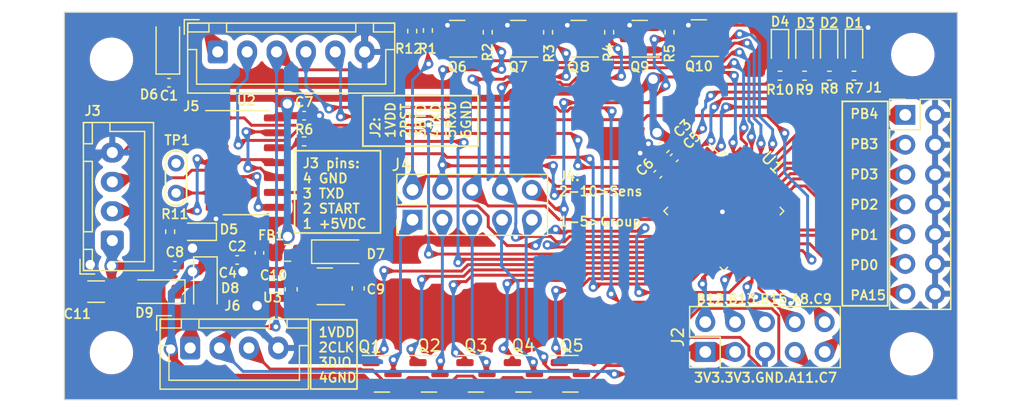
<source format=kicad_pcb>
(kicad_pcb (version 20221018) (generator pcbnew)
  (layers (0 "F.Cu" signal) (31 "B.Cu" signal) (34 "B.Paste" user) (35 "F.Paste" user) (36 "B.SilkS" user "B.Silkscreen") (37 "F.SilkS" user "F.Silkscreen") (38 "B.Mask" user) (39 "F.Mask" user) (44 "Edge.Cuts" user))
  (net 0 "")
  (net 1 "/NRST")
  (net 2 "GND")
  (net 3 "VDD")
  (net 4 "+5V")
  (net 5 "Net-(D2-A)")
  (net 6 "Net-(D1-A)")
  (net 7 "Net-(D4-A)")
  (net 8 "Net-(D5-A)")
  (net 9 "Net-(D6-A)")
  (net 10 "Net-(D7-A)")
  (net 11 "Net-(D8-A)")
  (net 12 "/SWCLK_BT0")
  (net 13 "/SWDIO")
  (net 14 "/U1TX")
  (net 15 "/U1RX")
  (net 16 "Net-(J3-Pin_2)")
  (net 17 "Net-(J3-Pin_3)")
  (net 18 "/R1")
  (net 19 "/R0")
  (net 20 "/R2")
  (net 21 "/R3")
  (net 22 "/R4")
  (net 23 "/COL0")
  (net 24 "Net-(Q6-D)")
  (net 25 "/COL1")
  (net 26 "Net-(Q7-D)")
  (net 27 "/COL2")
  (net 28 "Net-(Q8-D)")
  (net 29 "/COL3")
  (net 30 "Net-(Q9-D)")
  (net 31 "/COL4")
  (net 32 "Net-(Q10-D)")
  (net 33 "/S0")
  (net 34 "/S1")
  (net 35 "/S2")
  (net 36 "/S3")
  (net 37 "/S4")
  (net 38 "/BLUE")
  (net 39 "/GREEN")
  (net 40 "/RED")
  (net 41 "/START")
  (net 42 "/U3RX")
  (net 43 "Net-(TP1-Pad1)")
  (net 44 "Net-(#FLG03-pwr)")
  (net 47 "/U3TX")
  (net 48 "/U3DE")
  (net 49 "Net-(D3-A)")
  (net 50 "/N1")
  (net 51 "/N0")
  (net 52 "/N2")
  (net 53 "/N3")
  (net 54 "/N4")
  (net 55 "Net-(D7-K)")
  (net 56 "/PB4")
  (net 57 "/PB3")
  (net 58 "/PD3")
  (net 59 "/PD2")
  (net 60 "/PD1")
  (net 61 "/PD0")
  (net 62 "/PA15")
  (net 63 "/PA12")
  (net 64 "/PB12")
  (net 65 "/PB13")
  (net 66 "/PB15")
  (net 67 "/PA11")
  (net 68 "/PA8")
  (net 69 "/PC7")
  (net 70 "/PC6")
  (net 71 "Net-(U2-Pad2)")
  (net 72 "Net-(U2-Pad5)")
  (net 73 "Net-(U2-Pad10)")
  (footprint "tjp_footprints:SOT-23_GSD" (layer "F.Cu") (at 131.025 130.8)
    (fp_text reference "Q2")
    (fp_text value "Si2301")
  )
  (footprint "MountingHole:MountingHole_3.2mm_M3" (layer "F.Cu") (at 172.2 103.6)
    (fp_text reference "REF3" hide)
    (fp_text value "MountingHole_3.2mm_M3")
  )
  (footprint "Resistor_SMD:R_0402_1005Metric" (layer "F.Cu") (at 160.9 105.4)
    (fp_text reference "R10")
    (fp_text value "4k7")
  )
  (footprint "Resistor_SMD:R_0402_1005Metric" (layer "F.Cu") (at 167.2 105.4)
    (fp_text reference "R7")
    (fp_text value "4k7")
  )
  (footprint "Resistor_SMD:R_0402_1005Metric" (layer "F.Cu") (at 136.025 101.7 90)
    (fp_text reference "R2")
    (fp_text value "2k4")
  )
  (footprint "LED_SMD:LED_0603_1608Metric_Pad1.05x0.95mm_HandSolder" (layer "F.Cu") (at 162.98 103.125 -90)
    (fp_text reference "D3")
    (fp_text value "RED")
  )
  (footprint "Capacitor_SMD:C_0402_1005Metric" (layer "F.Cu") (at 120.4 108.81)
    (fp_text reference "C7")
    (fp_text value "100nF")
  )
  (footprint "LED_SMD:LED_0603_1608Metric_Pad1.05x0.95mm_HandSolder" (layer "F.Cu") (at 111.275 118.7 180)
    (fp_text reference "D5")
    (fp_text value "YELLOW")
  )
  (footprint "LED_SMD:LED_0603_1608Metric_Pad1.05x0.95mm_HandSolder" (layer "F.Cu") (at 165.080001 103.1 -90)
    (fp_text reference "D2")
    (fp_text value "GREEN")
  )
  (footprint "tjp_footprints:SOT-23_GSD" (layer "F.Cu") (at 154 102.2 180)
    (fp_text reference "Q10")
    (fp_text value "Si2300A")
  )
  (footprint "Capacitor_SMD:C_1206_3216Metric" (layer "F.Cu") (at 102.7 123.8 180)
    (fp_text reference "C11")
    (fp_text value "22uF")
  )
  (footprint "Connector_PinHeader_2.54mm:PinHeader_2x05_P2.54mm_Vertical" (layer "F.Cu") (at 129.625 117.675 90)
    (fp_text reference "J4")
    (fp_text value "Probe")
  )
  (footprint "Capacitor_SMD:C_0603_1608Metric" (layer "F.Cu") (at 125 123.525 -90)
    (fp_text reference "C9")
    (fp_text value "1uF")
  )
  (footprint "Capacitor_SMD:C_0402_1005Metric" (layer "F.Cu") (at 116.6 120.5 -90)
    (fp_text reference "C4")
    (fp_text value "100nF")
  )
  (footprint "Capacitor_SMD:C_0402_1005Metric" (layer "F.Cu") (at 108.9 106)
    (fp_text reference "C1")
    (fp_text value "100nF")
  )
  (footprint "Resistor_SMD:R_0402_1005Metric" (layer "F.Cu") (at 141.1625 101.7 90)
    (fp_text reference "R3")
    (fp_text value "2k4")
  )
  (footprint "Capacitor_SMD:C_0402_1005Metric" (layer "F.Cu") (at 114.7 121.1)
    (fp_text reference "C2")
    (fp_text value "100nF")
  )
  (footprint "Connector_JST:JST_XH_B4B-XH-A_1x04_P2.50mm_Vertical" (layer "F.Cu") (at 110.7 128.6)
    (fp_text reference "J6")
    (fp_text value "SWD")
  )
  (footprint "Resistor_SMD:R_0402_1005Metric" (layer "F.Cu") (at 165.1 105.4)
    (fp_text reference "R8")
    (fp_text value "4k7")
  )
  (footprint "Resistor_SMD:R_0402_1005Metric" (layer "F.Cu") (at 151.5 101.7 90)
    (fp_text reference "R5")
    (fp_text value "2k4")
  )
  (footprint "Resistor_SMD:R_0402_1005Metric" (layer "F.Cu") (at 146.3625 101.7 90)
    (fp_text reference "R4")
    (fp_text value "2k4")
  )
  (footprint "Capacitor_SMD:C_0603_1608Metric" (layer "F.Cu") (at 119.3 123.6 -90)
    (fp_text reference "C10")
    (fp_text value "1uF")
  )
  (footprint "Package_TO_SOT_SMD:SOT-23" (layer "F.Cu") (at 122.1625 123.35 180)
    (fp_text reference "U3")
    (fp_text value "HXY6206I-3V3")
  )
  (footprint "Diode_SMD:D_SOD-123" (layer "F.Cu") (at 108.8 102.9 90)
    (fp_text reference "D6")
    (fp_text value "B5819W")
  )
  (footprint "TestPoint:TestPoint_2Pads_Pitch2.54mm_Drill0.8mm" (layer "F.Cu") (at 109.5 115.4 90)
    (fp_text reference "TP1")
    (fp_text value "TestPoint")
  )
  (footprint "Capacitor_SMD:C_0402_1005Metric" (layer "F.Cu") (at 109.4 121.6)
    (fp_text reference "C8")
    (fp_text value "100nF")
  )
  (footprint "Resistor_SMD:R_0402_1005Metric" (layer "F.Cu") (at 120.4 111 180)
    (fp_text reference "R6")
    (fp_text value "2k4")
  )
  (footprint "tjp_footprints:SOT-23_GSD" (layer "F.Cu") (at 143.7625 102.25 180)
    (fp_text reference "Q8")
    (fp_text value "Si2300A")
  )
  (footprint "Connector_PinHeader_2.54mm:PinHeader_2x07_P2.54mm_Vertical" (layer "F.Cu") (at 171.56 108.74)
    (fp_text reference "J1")
    (fp_text value "EXT1")
  )
  (footprint "Diode_SMD:D_SOD-123" (layer "F.Cu") (at 107.9 123.8 180)
    (fp_text reference "D9")
    (fp_text value "B5819W")
  )
  (footprint "Resistor_SMD:R_0402_1005Metric" (layer "F.Cu") (at 162.99 105.4)
    (fp_text reference "R9")
    (fp_text value "4k7")
  )
  (footprint "MountingHole:MountingHole_3.2mm_M3" (layer "F.Cu") (at 104 104)
    (fp_text reference "REF4" hide)
    (fp_text value "MountingHole_3.2mm_M3")
  )
  (footprint "Connector_JST:JST_XH_B6B-XH-A_1x06_P2.50mm_Vertical" (layer "F.Cu") (at 113.05 103.375)
    (fp_text reference "J5")
    (fp_text value "BOOTLDR")
  )
  (footprint "Diode_SMD:D_SOD-123" (layer "F.Cu") (at 112 123.2 -90)
    (fp_text reference "D8")
    (fp_text value "B5819W")
  )
  (footprint "Package_QFP:LQFP-48_7x7mm_P0.5mm" (layer "F.Cu") (at 156.120109 116.933445 -45)
    (fp_text reference "U1")
    (fp_text value "STM32G070CBTx")
  )
  (footprint "tjp_footprints:SOT-23_GSD" (layer "F.Cu") (at 139.0625 130.8)
    (fp_text reference "Q4")
    (fp_text value "Si2301")
  )
  (footprint "Inductor_SMD:L_0805_2012Metric_Pad1.15x1.40mm_HandSolder" (layer "F.Cu") (at 119 120.5)
    (fp_text reference "FB1")
    (fp_text value "CBM201209U601T")
  )
  (footprint "tjp_footprints:SOT-23_GSD" (layer "F.Cu") (at 135.025 130.8)
    (fp_text reference "Q3")
    (fp_text value "Si2301")
  )
  (footprint "MountingHole:MountingHole_3.2mm_M3" (layer "F.Cu") (at 104 129)
    (fp_text reference "REF1" hide)
    (fp_text value "MountingHole_3.2mm_M3")
  )
  (footprint "Resistor_SMD:R_0402_1005Metric" (layer "F.Cu") (at 109 118.69 90)
    (fp_text reference "R11")
    (fp_text value "4k7")
  )
  (footprint "LED_SMD:LED_0603_1608Metric_Pad1.05x0.95mm_HandSolder" (layer "F.Cu") (at 160.9 103.125 -90)
    (fp_text reference "D4")
    (fp_text value "WHITE")
  )
  (footprint "Capacitor_SMD:C_0402_1005Metric" (layer "F.Cu") (at 151.9 112.4 -135)
    (fp_text reference "C5")
    (fp_text value "100nF")
  )
  (footprint "Connector_JST:JST_XH_B4B-XH-A_1x04_P2.50mm_Vertical" (layer "F.Cu") (at 104.075 119.45 90)
    (fp_text reference "J3")
    (fp_text value "NODE")
  )
  (footprint "tjp_footprints:SOT-23_GSD" (layer "F.Cu") (at 143.0625 130.8)
    (fp_text reference "Q5")
    (fp_text value "Si2301")
  )
  (footprint "Connector_PinHeader_2.54mm:PinHeader_2x05_P2.54mm_Vertical" (layer "F.Cu") (at 154.54 128.94 90)
    (fp_text reference "J2")
    (fp_text value "EXT2")
  )
  (footprint "Resistor_SMD:R_0402_1005Metric" (layer "F.Cu") (at 130.935 101.55 90)
    (fp_text reference "R1")
    (fp_text value "2k4")
  )
  (footprint "tjp_footprints:SOT-23_GSD" (layer "F.Cu") (at 148.9625 102.25 180)
    (fp_text reference "Q9")
    (fp_text value "Si2300A")
  )
  (footprint "Capacitor_SMD:C_0402_1005Metric" (layer "F.Cu") (at 150.5 113.8 45)
    (fp_text reference "C6")
    (fp_text value "100nF")
  )
  (footprint "Diode_SMD:D_SOD-123" (layer "F.Cu") (at 123.4 120.4)
    (fp_text reference "D7")
    (fp_text value "B5819W")
  )
  (footprint "tjp_footprints:SOT-23_GSD" (layer "F.Cu") (at 138.625 102.25 180)
    (fp_text reference "Q7")
    (fp_text value "Si2300A")
  )
  (footprint "tjp_footprints:SOT-23_GSD" (layer "F.Cu") (at 133.435 102.25 180)
    (fp_text reference "Q6")
    (fp_text value "Si2300A")
  )
  (footprint "Package_SO:SOIC-14_3.9x8.7mm_P1.27mm" (layer "F.Cu") (at 115.475 112.81)
    (fp_text reference "U2")
    (fp_text value "74LV14")
  )
  (footprint "MountingHole:MountingHole_3.2mm_M3" (layer "F.Cu") (at 172.1 129.1)
    (fp_text reference "REF2" hide)
    (fp_text value "MountingHole_3.2mm_M3")
  )
  (footprint "Resistor_SMD:R_0402_1005Metric" (layer "F.Cu") (at 129.6 101.6 90)
    (fp_text reference "R12")
    (fp_text value "4k7")
  )
  (footprint "tjp_footprints:SOT-23_GSD" (layer "F.Cu") (at 127.025 130.8)
    (fp_text reference "Q1")
    (fp_text value "Si2301")
  )
  (footprint "LED_SMD:LED_0603_1608Metric_Pad1.05x0.95mm_HandSolder" (layer "F.Cu") (at 167.2 103.1 -90)
    (fp_text reference "D1")
    (fp_text value "BLUE")
  )
  (footprint "Capacitor_SMD:C_0603_1608Metric" (layer "F.Cu") (at 151 111.5 -135)
    (fp_text reference "C3")
    (fp_text value "1uF")
  )
  (gr_rect locked (start 100 100) (end 176 133) (stroke (width 0.1)) (fill none) (layer "Edge.Cuts"))
  (gr_text "3V3.3V3.GND.A11.C7" (at 153.5 131.6) (layer "F.SilkS") (effects (font (size 0.8 0.8) (thickness 0.15) bold) (justify left bottom)))
  (gr_text "J4:\n2-10>Sens\n\n1-5>Group" (at 142 118.3) (layer "F.SilkS") (effects (font (size 0.8 0.8)) (justify left bottom)))
  (gr_text "B12.B13.B15.A8.C9" (at 153.7 124.9) (layer "F.SilkS") (effects (font (size 0.8 0.8) (thickness 0.15) bold) (justify left bottom)))
  (gr_text_box "PB4\n\nPB3\n\nPD3\n\nPD2\n\nPD1\n\nPD0\n\nPA15" (start 166.2 107.59) (end 170.07 125.01) (layer "F.SilkS") (effects (font (size 0.8 0.8)) (justify left top)) (stroke (width 0.15)))
  (gr_text_box "J3 pins:\n4 GND\n3 TXD\n2 START\n1 +5VDC" (start 119.59 111.795) (end 126.9 118.805) (layer "F.SilkS") (effects (font (size 0.8 0.8)) (justify left top)) (stroke (width 0.15)))
  (gr_text_box "J2:\n1VDD\n2RST\n3BT0\n4TXD\n5RXD\n6GND\n" (start 125.399999 111.4) (end 135.2 107.1) (angle 90) (layer "F.SilkS") (effects (font (size 0.8 0.8)) (justify left top)) (stroke (width 0.15)))
  (gr_text_box "1VDD\n2CLK\n3DIO\n4GND" (start 120.95 126.2) (end 124.9 132.1) (layer "F.SilkS") (effects (font (size 0.8 0.8)) (justify left top)) (stroke (width 0.15)))
  (segment (start 151.93934 115.22755) (end 150.856582 114.144792) (width 0.25) (layer "F.Cu") (net 1))
  (segment (start 143.125 110.325) (end 130.699695 110.325) (width 0.25) (layer "F.Cu") (net 1))
  (segment (start 118.951751 110.915) (end 115.185 110.915) (width 0.25) (layer "F.Cu") (net 1))
  (segment (start 119.766751 110.1) (end 118.951751 110.915) (width 0.25) (layer "F.Cu") (net 1))
  (segment (start 150.160589 114.139411) (end 149.246178 113.225) (width 0.25) (layer "F.Cu") (net 1))
  (segment (start 130.474695 110.1) (end 119.766751 110.1) (width 0.25) (layer "F.Cu") (net 1))
  (segment (start 149.246178 113.225) (end 143.8495 113.225) (width 0.25) (layer "F.Cu") (net 1))
  (segment (start 150.16597 114.144792) (end 150.160589 114.139411) (width 0.25) (layer "F.Cu") (net 1))
  (segment (start 143.8495 113.225) (end 143.7 113.0755) (width 0.25) (layer "F.Cu") (net 1))
  (segment (start 115.185 110.915) (end 114.8 111.3) (width 0.25) (layer "F.Cu") (net 1))
  (segment (start 150.856582 114.144792) (end 150.16597 114.144792) (width 0.25) (layer "F.Cu") (net 1))
  (segment (start 143.7 110.9) (end 143.125 110.325) (width 0.25) (layer "F.Cu") (net 1))
  (segment (start 130.699695 110.325) (end 130.474695 110.1) (width 0.25) (layer "F.Cu") (net 1))
  (via (at 114.8 111.3) (size 0.8) (drill 0.4) (layers "F.Cu" "B.Cu") (net 1))
  (via (at 143.7 113.0755) (size 0.8) (drill 0.4) (layers "F.Cu" "B.Cu") (net 1))
  (via (at 143.7 110.9) (size 0.8) (drill 0.4) (layers "F.Cu" "B.Cu") (net 1))
  (segment (start 114.741219 106.458781) (end 115.55 105.65) (width 0.25) (layer "B.Cu") (net 1))
  (segment (start 143.7 113.0755) (end 143.7 110.9) (width 0.25) (layer "B.Cu") (net 1))
  (segment (start 115.55 105.65) (end 115.55 103.375) (width 0.25) (layer "B.Cu") (net 1))
  (segment (start 114.741219 111.241219) (end 114.741219 106.458781) (width 0.25) (layer "B.Cu") (net 1))
  (segment (start 114.8 111.3) (end 114.741219 111.241219) (width 0.25) (layer "B.Cu") (net 1))
  (segment (start 116.48 121.1) (end 116.6 120.98) (width 0.6) (layer "F.Cu") (net 2))
  (segment (start 134.3725 101.3) (end 132.8 101.3) (width 0.25) (layer "F.Cu") (net 2))
  (segment (start 109.38 107.52) (end 109.38 106) (width 0.25) (layer "F.Cu") (net 2))
  (segment (start 119.375 124.3) (end 119.3 124.375) (width 0.6) (layer "F.Cu") (net 2))
  (segment (start 113 116.62) (end 113 117.5) (width 0.25) (layer "F.Cu") (net 2))
  (segment (start 121.69 108.81) (end 121.7 108.8) (width 0.25) (layer "F.Cu") (net 2))
  (segment (start 101.225 122.475) (end 102.2 121.5) (width 0.6) (layer "F.Cu") (net 2))
  (segment (start 113 117.5) (end 112.9 117.6) (width 0.25) (layer "F.Cu") (net 2))
  (segment (start 115.18 121.1) (end 115.5 121.1) (width 0.6) (layer "F.Cu") (net 2))
  (segment (start 125.55 103.375) (end 125.55 101.95) (width 0.6) (layer "F.Cu") (net 2))
  (segment (start 156.7 101.1) (end 156.6 101.2) (width 0.25) (layer "F.Cu") (net 2))
  (segment (start 167.2 102.225) (end 167.475 102.225) (width 0.25) (layer "F.Cu") (net 2))
  (segment (start 137.9 101.3) (end 137.7 101.1) (width 0.25) (layer "F.Cu") (net 2))
  (segment (start 104.95 111.95) (end 109.38 107.52) (width 0.25) (layer "F.Cu") (net 2))
  (segment (start 156.6 101.2) (end 154.9875 101.2) (width 0.25) (layer "F.Cu") (net 2))
  (segment (start 167.2 102.225) (end 160.625 102.225) (width 0.25) (layer "F.Cu") (net 2))
  (segment (start 112.15 118.7) (end 112.15 118.35) (width 0.25) (layer "F.Cu") (net 2))
  (segment (start 150 112.5) (end 149.5 112.5) (width 0.25) (layer "F.Cu") (net 2))
  (segment (start 153 114.16689) (end 152.988068 114.16689) (width 0.25) (layer "F.Cu") (net 2))
  (segment (start 154.9875 101.2) (end 154.9375 101.25) (width 0.25) (layer "F.Cu") (net 2))
  (segment (start 125.55 101.95) (end 126.41 101.09) (width 0.6) (layer "F.Cu") (net 2))
  (segment (start 149.5 112.5) (end 149 112) (width 0.25) (layer "F.Cu") (net 2))
  (segment (start 109.88 121.6) (end 109.88 121.12) (width 0.6) (layer "F.Cu") (net 2))
  (segment (start 117.025 124.375) (end 116.4 125) (width 0.6) (layer "F.Cu") (net 2))
  (segment (start 150.451992 112.048008) (end 150.451992 111.951992) (width 0.25) (layer "F.Cu") (net 2))
  (segment (start 112.15 118.7) (end 112.15 118.85) (width 0.25) (layer "F.Cu") (net 2))
  (segment (start 139.5625 101.3) (end 137.9 101.3) (width 0.25) (layer "F.Cu") (net 2))
  (segment (start 150.839411 113.460589) (end 151.560589 112.739411) (width 0.25) (layer "F.Cu") (net 2))
  (segment (start 167.475 102.225) (end 168.4 101.3) (width 0.25) (layer "F.Cu") (net 2))
  (segment (start 144.7 101.3) (end 143 101.3) (width 0.25) (layer "F.Cu") (net 2))
  (segment (start 120.755 108.81) (end 121.69 108.81) (width 0.25) (layer "F.Cu") (net 2))
  (segment (start 149.9 101.3) (end 148.3 101.3) (width 0.25) (layer "F.Cu") (net 2))
  (segment (start 101.225 123.8) (end 101.225 122.475) (width 0.6) (layer "F.Cu") (net 2))
  (segment (start 115.2 122.1) (end 115.2 121.4) (width 0.6) (layer "F.Cu") (net 2))
  (segment (start 151.560589 112.739411) (end 151.143395 112.739411) (width 0.25) (layer "F.Cu") (net 2))
  (segment (start 112.15 118.85) (end 110.9 120.1) (width 0.25) (layer "F.Cu") (net 2))
  (segment (start 155.83311 117) (end 156 117) (width 0.25) (layer "F.Cu") (net 2))
  (segment (start 151.143395 112.739411) (end 150.451992 112.048008) (width 0.25) (layer "F.Cu") (net 2))
  (segment (start 150.451992 112.048008) (end 150 112.5) (width 0.25) (layer "F.Cu") (net 2))
  (segment (start 125 124.3) (end 119.375 124.3) (width 0.6) (layer "F.Cu") (net 2))
  (segment (start 153 114.16689) (end 155.83311 117) (width 0.25) (layer "F.Cu") (net 2))
  (segment (start 115.5 121.1) (end 116.48 121.1) (width 0.6) (layer "F.Cu") (net 2))
  (segment (start 126.41 101.09) (end 129.6 101.09) (width 0.6) (layer "F.Cu") (net 2))
  (segment (start 104.075 111.95) (end 104.95 111.95) (width 0.25) (layer "F.Cu") (net 2))
  (segment (start 109.88 121.12) (end 110.9 120.1) (width 0.6) (layer "F.Cu") (net 2))
  (segment (start 154.9375 101.25) (end 153.25 101.25) (width 0.25) (layer "F.Cu") (net 2))
  (segment (start 150.451992 111.951992) (end 149.7 111.2) (width 0.25) (layer "F.Cu") (net 2))
  (segment (start 115.2 121.4) (end 115.5 121.1) (width 0.6) (layer "F.Cu") (net 2))
  (segment (start 143 101.3) (end 142.8 101.1) (width 0.25) (layer "F.Cu") (net 2))
  (segment (start 132.8 101.3) (end 132.6 101.1) (width 0.25) (layer "F.Cu") (net 2))
  (segment (start 160.625 102.225) (end 159.5 101.1) (width 0.25) (layer "F.Cu") (net 2))
  (segment (start 152.988068 114.16689) (end 151.560589 112.739411) (width 0.25) (layer "F.Cu") (net 2))
  (segment (start 148.3 101.3) (end 148.1 101.1) (width 0.25) (layer "F.Cu") (net 2))
  (segment (start 119.3 124.375) (end 117.025 124.375) (width 0.6) (layer "F.Cu") (net 2))
  (segment (start 153.25 101.25) (end 153.1 101.1) (width 0.25) (layer "F.Cu") (net 2))
  (segment (start 159.5 101.1) (end 156.7 101.1) (width 0.25) (layer "F.Cu") (net 2))
  (segment (start 112.15 118.35) (end 112.9 117.6) (width 0.25) (layer "F.Cu") (net 2))
  (via (at 168.4 101.3) (size 0.8) (drill 0.4) (layers "F.Cu" "B.Cu") (net 2))
  (via (at 110.9 120.1) (size 1.2) (drill 0.8) (layers "F.Cu" "B.Cu") (net 2))
  (via (at 156 117) (size 0.8) (drill 0.4) (layers "F.Cu" "B.Cu") (net 2))
  (via (at 121.7 108.8) (size 0.8) (drill 0.4) (layers "F.Cu" "B.Cu") (net 2))
  (via (at 149.7 111.2) (size 0.8) (drill 0.4) (layers "F.Cu" "B.Cu") (net 2))
  (via (at 115.2 122.1) (size 1.2) (drill 0.8) (layers "F.Cu" "B.Cu") (net 2))
  (via (at 116.4 125) (size 1.2) (drill 0.8) (layers "F.Cu" "B.Cu") (net 2))
  (via (at 153.1 101.1) (size 0.8) (drill 0.4) (layers "F.Cu" "B.Cu") (net 2))
  (via (at 112.9 117.6) (size 0.8) (drill 0.4) (layers "F.Cu" "B.Cu") (net 2))
  (via (at 132.6 101.1) (size 0.8) (drill 0.4) (layers "F.Cu" "B.Cu") (net 2))
  (via (at 149 112) (size 0.8) (drill 0.4) (layers "F.Cu" "B.Cu") (net 2))
  (via (at 137.7 101.1) (size 0.8) (drill 0.4) (layers "F.Cu" "B.Cu") (net 2))
  (via (at 148.1 101.1) (size 0.8) (drill 0.4) (layers "F.Cu" "B.Cu") (net 2))
  (via (at 142.8 101.1) (size 0.8) (drill 0.4) (layers "F.Cu" "B.Cu") (net 2))
  (via (at 102.2 121.5) (size 1.2) (drill 0.8) (layers "F.Cu" "B.Cu") (net 2))
  (segment (start 116.4 126.8) (end 118.2 128.6) (width 0.6) (layer "B.Cu") (net 2))
  (segment (start 116.4 125) (end 116.4 126.8) (width 0.6) (layer "B.Cu") (net 2))
  (segment (start 102.1 121.4) (end 102.2 121.5) (width 0.6) (layer "B.Cu") (net 2))
  (segment (start 116.4 125) (end 116.4 123.3) (width 0.6) (layer "B.Cu") (net 2))
  (segment (start 102.1 113.1) (end 102.1 121.4) (width 0.6) (layer "B.Cu") (net 2))
  (segment (start 104.075 111.95) (end 103.25 111.95) (width 0.6) (layer "B.Cu") (net 2))
  (segment (start 103.25 111.95) (end 102.1 113.1) (width 0.6) (layer "B.Cu") (net 2))
  (segment (start 116.4 123.3) (end 115.2 122.1) (width 0.6) (layer "B.Cu") (net 2))
  (segment (start 108.8 104.9) (end 108.4 105.3) (width 0.6) (layer "F.Cu") (net 3))
  (segment (start 145.093135 132) (end 145.043134 132.05) (width 0.6) (layer "F.Cu") (net 3))
  (segment (start 116.62 120) (end 116.6 120.02) (width 0.6) (layer "F.Cu") (net 3))
  (segment (start 153.7245 106.1245) (end 159.6655 106.1245) (width 0.25) (layer "F.Cu") (net 3))
  (segment (start 150.849186 110.25317) (end 151.548008 110.951992) (width 0.6) (layer "F.Cu") (net 3))
  (segment (start 117.975 120.5) (end 117.975 120.475) (width 0.6) (layer "F.Cu") (net 3))
  (segment (start 126.0875 131.75) (end 126.3875 132.05) (width 0.6) (layer "F.Cu") (net 3))
  (segment (start 118 107.3245) (end 137.572793 107.3245) (width 0.6) (layer "F.Cu") (net 3))
  (segment (start 150.1 105.7) (end 150.288566 105.511434) (width 0.25) (layer "F.Cu") (net 3))
  (segment (start 114.22 121.1) (end 114.22 120.12) (width 0.6) (layer "F.Cu") (net 3))
  (segment (start 125.4375 131.1) (end 126.0875 131.75) (width 0.6) (layer "F.Cu") (net 3))
  (segment (start 117.5 120) (end 116.62 120) (width 0.6) (layer "F.Cu") (net 3))
  (segment (start 141.825 132.05) (end 142.125 131.75) (width 0.6) (layer "F.Cu") (net 3))
  (segment (start 112.2245 107.3245) (end 118 107.3245) (width 0.6) (layer "F.Cu") (net 3))
  (segment (start 118.8 108.81) (end 118.14 108.81) (width 0.6) (layer "F.Cu") (net 3))
  (segment (start 152.244792 112.704574) (end 152.244792 112.06597) (width 0.25) (layer "F.Cu") (net 3))
  (segment (start 142.425 132.05) (end 142.125 131.75) (width 0.6) (layer "F.Cu") (net 3))
  (segment (start 117.975 120.475) (end 117.5 120) (width 0.6) (layer "F.Cu") (net 3))
  (segment (start 126.3875 132.05) (end 141.825 132.05) (width 0.6) (layer "F.Cu") (net 3))
  (segment (start 118.9745 107.8) (end 118.3755 107.8) (width 0.6) (layer "F.Cu") (net 3))
  (segment (start 112 120.4) (end 112 121.55) (width 0.6) (layer "F.Cu") (net 3))
  (segment (start 154.06066 113.10623) (end 154.00623 113.10623) (width 0.25) (layer "F.Cu") (net 3))
  (segment (start 108.4 105.3) (end 108.4 105.98) (width 0.6) (layer "F.Cu") (net 3))
  (segment (start 153 112.1) (end 152.278822 112.1) (width 0.25) (layer "F.Cu") (net 3))
  (segment (start 152.307913 112.060589) (end 152.239411 112.060589) (width 0.25) (layer "F.Cu") (net 3))
  (segment (start 110.899449 122.1005) (end 111.4495 122.1005) (width 0.6) (layer "F.Cu") (net 3))
  (segment (start 119.795 108.81) (end 118.8 108.81) (width 0.6) (layer "F.Cu") (net 3))
  (segment (start 108.8 104.55) (end 108.8 104.9) (width 0.6) (layer "F.Cu") (net 3))
  (segment (start 150.436423 110.25317) (end 150.849186 110.25317) (width 0.6) (layer "F.Cu") (net 3))
  (segment (start 148.8 132) (end 145.093135 132) (width 0.6) (layer "F.Cu") (net 3))
  (segment (start 118.9745 108.6355) (end 118.8 108.81) (width 0.6) (layer "F.Cu") (net 3))
  (segment (start 108.4 105.98) (end 108.42 106) (width 0.6) (layer "F.Cu") (net 3))
  (segment (start 150.288566 105.511434) (end 153.111434 105.511434) (width 0.25) (layer "F.Cu") (net 3))
  (segment (start 157.08 128.94) (end 154.54 128.94) (width 0.6) (layer "F.Cu") (net 3))
  (segment (start 116.52 120.1) (end 114.2 120.1) (width 0.6) (layer "F.Cu") (net 3))
  (segment (start 152.244792 112.06597) (end 152.239411 112.060589) (width 0.25) (layer "F.Cu") (net 3))
  (segment (start 137.572793 107.3245) (end 138.097793 106.7995) (width 0.6) (layer "F.Cu") (net 3))
  (segment (start 110.81434 131.1) (end 125.4375 131.1) (width 0.6) (layer "F.Cu") (net 3))
  (segment (start 117.95 107.3745) (end 118 107.3245) (width 0.6) (layer "F.Cu") (net 3))
  (segment (start 114.22 120.12) (end 114.2 120.1) (width 0.6) (layer "F.Cu") (net 3))
  (segment (start 118.14 108.81) (end 117.95 109) (width 0.6) (layer "F.Cu") (net 3))
  (segment (start 154.54 128.94) (end 151.86 128.94) (width 0.6) (layer "F.Cu") (net 3))
  (segment (start 109.35 128.9995) (end 109.35 129.63566) (width 0.6) (layer "F.Cu") (net 3))
  (segment (start 109.0505 128.7) (end 109.35 128.9995) (width 0.6) (layer "F.Cu") (net 3))
  (segment (start 159.6655 106.1245) (end 160.39 105.4) (width 0.25) (layer "F.Cu") (net 3))
  (segment (start 111.4495 122.1005) (end 112 121.55) (width 0.6) (layer "F.Cu") (net 3))
  (segment (start 112.3 120.1) (end 112 120.4) (width 0.6) (layer "F.Cu") (net 3))
  (segment (start 152.239411 112.060589) (end 152.239411 111.643395) (width 0.25) (layer "F.Cu") (net 3))
  (segment (start 108.8 104.55) (end 109.45 104.55) (width 0.6) (layer "F.Cu") (net 3))
  (segment (start 138.097793 106.7995) (end 149.0005 106.7995) (width 0.6) (layer "F.Cu") (net 3))
  (segment (start 118.3755 107.8) (end 117.95 107.3745) (width 0.6) (layer "F.Cu") (net 3))
  (segment (start 109.45 104.55) (end 112.2245 107.3245) (width 0.6) (layer "F.Cu") (net 3))
  (segment (start 114.2 120.1) (end 112.3 120.1) (width 0.6) (layer "F.Cu") (net 3))
  (segment (start 154.00623 113.10623) (end 153 112.1) (width 0.25) (layer "F.Cu") (net 3))
  (segment (start 152.278822 112.1) (end 152.239411 112.060589) (width 0.25) (layer "F.Cu") (net 3))
  (segment (start 153.111434 105.511434) (end 153.7245 106.1245) (width 0.25) (layer "F.Cu") (net 3))
  (segment (start 109.35 129.63566) (end 110.81434 131.1) (width 0.6) (layer "F.Cu") (net 3))
  (segment (start 152.239411 111.643395) (end 151.548008 110.951992) (width 0.25) (layer "F.Cu") (net 3))
  (segment (start 149.0005 106.7995) (end 150.1 105.7) (width 0.6) (layer "F.Cu") (net 3))
  (segment (start 153.353554 113.813336) (end 152.244792 112.704574) (width 0.25) (layer "F.Cu") (net 3))
  (segment (start 145.043134 132.05) (end 142.425 132.05) (width 0.6) (layer "F.Cu") (net 3))
  (segment (start 151.86 128.94) (end 148.8 132) (width 0.6) (layer "F.Cu") (net 3))
  (segment (start 117.975 120.5) (end 117.975 120.125) (width 0.6) (layer "F.Cu") (net 3))
  (segment (start 117.975 120.125) (end 119 119.1) (width 0.6) (layer "F.Cu") (net 3))
  (segment (start 118.9745 107.8) (end 118.9745 108.6355) (width 0.6) (layer "F.Cu") (net 3))
  (segment (start 116.6 120.02) (end 116.52 120.1) (width 0.6) (layer "F.Cu") (net 3))
  (segment (start 153.707107 113.459783) (end 152.307913 112.060589) (width 0.25) (layer "F.Cu") (net 3))
  (via (at 109.0505 128.7) (size 1.2) (drill 0.8) (layers "F.Cu" "B.Cu") (net 3))
  (via (at 118.9745 107.8) (size 1.2) (drill 0.8) (layers "F.Cu" "B.Cu") (net 3))
  (via (at 150.1 105.7) (size 1.2) (drill 0.8) (layers "F.Cu" "B.Cu") (net 3))
  (via (at 150.436423 110.25317) (size 1.2) (drill 0.8) (layers "F.Cu" "B.Cu") (net 3))
  (via (at 110.899449 122.1005) (size 1.2) (drill 0.8) (layers "F.Cu" "B.Cu") (net 3))
  (via (at 119 119.1) (size 1.2) (drill 0.8) (layers "F.Cu" "B.Cu") (net 3))
  (segment (start 118.9745 119.0745) (end 118.9745 107.8) (width 0.6) (layer "B.Cu") (net 3))
  (segment (start 109.0505 128.7) (end 109.1 128.6505) (width 0.6) (layer "B.Cu") (net 3))
  (segment (start 119 119.1) (end 118.9745 119.0745) (width 0.6) (layer "B.Cu") (net 3))
  (segment (start 109.1 128.6505) (end 109.1 123.899949) (width 0.6) (layer "B.Cu") (net 3))
  (segment (start 150.1 109.916747) (end 150.436423 110.25317) (width 0.6) (layer "B.Cu") (net 3))
  (segment (start 150.1 105.7) (end 150.1 109.916747) (width 0.6) (layer "B.Cu") (net 3))
  (segment (start 109.1 123.899949) (end 110.899449 122.1005) (width 0.6) (layer "B.Cu") (net 3))
  (segment (start 106.25 123.8) (end 104.175 123.8) (width 0.6) (layer "F.Cu") (net 4))
  (segment (start 104 123.625) (end 104.175 123.8) (width 0.6) (layer "F.Cu") (net 4))
  (segment (start 109 121.52) (end 108.92 121.6) (width 0.25) (layer "F.Cu") (net 4))
  (segment (start 104 121.6) (end 104 123.625) (width 0.6) (layer "F.Cu") (net 4))
  (segment (start 108.92 121.6) (end 104 121.6) (width 0.6) (layer "F.Cu") (net 4))
  (segment (start 109 119.2) (end 109 121.52) (width 0.25) (layer "F.Cu") (net 4))
  (via (at 104 121.6) (size 1.2) (drill 0.8) (layers "F.Cu" "B.Cu") (net 4))
  (segment (start 104.075 119.45) (end 104.075 121.525) (width 0.6) (layer "B.Cu") (net 4))
  (segment (start 104.075 121.525) (end 104 121.6) (width 0.6) (layer "B.Cu") (net 4))
  (segment (start 165.61 104.504999) (end 165.080001 103.975) (width 0.25) (layer "F.Cu") (net 5))
  (segment (start 165.61 105.4) (end 165.61 104.504999) (width 0.25) (layer "F.Cu") (net 5))
  (segment (start 167.71 105.4) (end 167.71 104.485) (width 0.25) (layer "F.Cu") (net 6))
  (segment (start 167.71 104.485) (end 167.2 103.975) (width 0.25) (layer "F.Cu") (net 6))
  (segment (start 161.41 105.4) (end 161.41 104.51) (width 0.25) (layer "F.Cu") (net 7))
  (segment (start 161.41 104.51) (end 160.9 104) (width 0.25) (layer "F.Cu") (net 7))
  (segment (start 109.88 118.18) (end 110.4 118.7) (width 0.25) (layer "F.Cu") (net 8))
  (segment (start 109 118.18) (end 109.88 118.18) (width 0.25) (layer "F.Cu") (net 8))
  (segment (start 113.05 102.75) (end 111.55 101.25) (width 0.6) (layer "F.Cu") (net 9))
  (segment (start 113.05 103.375) (end 113.05 102.75) (width 0.6) (layer "F.Cu") (net 9))
  (segment (start 111.55 101.25) (end 108.8 101.25) (width 0.6) (layer "F.Cu") (net 9))
  (segment (start 125 122.75) (end 125 122.7) (width 0.6) (layer "F.Cu") (net 10))
  (segment (start 125 122.7) (end 124.7 122.4) (width 0.6) (layer "F.Cu") (net 10))
  (segment (start 124.7 122.4) (end 123.1 122.4) (width 0.6) (layer "F.Cu") (net 10))
  (segment (start 125.05 122.7) (end 125 122.75) (width 0.6) (layer "F.Cu") (net 10))
  (segment (start 125.05 120.4) (end 125.05 122.7) (width 0.6) (layer "F.Cu") (net 10))
  (segment (start 111.65 124.85) (end 110.8 125.7) (width 0.6) (layer "F.Cu") (net 11))
  (segment (start 110.8 125.7) (end 110.8 128.5) (width 0.6) (layer "F.Cu") (net 11))
  (segment (start 112 124.85) (end 111.65 124.85) (width 0.6) (layer "F.Cu") (net 11))
  (segment (start 110.8 128.5) (end 110.7 128.6) (width 0.6) (layer "F.Cu") (net 11))
  (segment (start 157.501701 127.7) (end 152.216116 127.7) (width 0.25) (layer "F.Cu") (net 12))
  (segment (start 152.216116 127.7) (end 149.091616 130.8245) (width 0.25) (layer "F.Cu") (net 12))
  (segment (start 118.05 103.375) (end 119.575 104.9) (width 0.25) (layer "F.Cu") (net 12))
  (segment (start 167.55 129.886396) (end 166.156396 131.28) (width 0.25) (layer "F.Cu") (net 12))
  (segment (start 158.255 129.236701) (end 158.255 128.453299) (width 0.25) (layer "F.Cu") (net 12))
  (segment (start 160.4 131.3) (end 160.318299 131.3) (width 0.25) (layer "F.Cu") (net 12))
  (segment (start 160.318299 131.3) (end 158.255 129.236701) (width 0.25) (layer "F.Cu") (net 12))
  (segment (start 119.575 104.9) (end 127.9 104.9) (width 0.25) (layer "F.Cu") (net 12))
  (segment (start 113.2 128.1) (end 113.2 128.6) (width 0.25) (layer "F.Cu") (net 12))
  (segment (start 167.55 121.25) (end 167.55 129.886396) (width 0.25) (layer "F.Cu") (net 12))
  (segment (start 160.42 131.28) (end 160.4 131.3) (width 0.25) (layer "F.Cu") (net 12))
  (segment (start 158.255 128.453299) (end 157.501701 127.7) (width 0.25) (layer "F.Cu") (net 12))
  (segment (start 164.85 118.55) (end 167.55 121.25) (width 0.25) (layer "F.Cu") (net 12))
  (segment (start 166.156396 131.28) (end 160.42 131.28) (width 0.25) (layer "F.Cu") (net 12))
  (segment (start 129.6 103.2) (end 129.6 102.11) (width 0.25) (layer "F.Cu") (net 12))
  (segment (start 161.625752 118.55) (end 164.85 118.55) (width 0.25) (layer "F.Cu") (net 12))
  (segment (start 118 126.8) (end 114.5 126.8) (width 0.25) (layer "F.Cu") (net 12))
  (segment (start 161.007985 117.932233) (end 161.625752 118.55) (width 0.25) (layer "F.Cu") (net 12))
  (segment (start 149.091616 130.8245) (end 146.8 130.8245) (width 0.25) (layer "F.Cu") (net 12))
  (segment (start 127.9 104.9) (end 129.6 103.2) (width 0.25) (layer "F.Cu") (net 12))
  (segment (start 114.5 126.8) (end 113.2 128.1) (width 0.25) (layer "F.Cu") (net 12))
  (via (at 118 126.8) (size 0.8) (drill 0.4) (layers "F.Cu" "B.Cu") (net 12))
  (via (at 146.8 130.8245) (size 0.8) (drill 0.4) (layers "F.Cu" "B.Cu") (net 12))
  (segment (start 146.8 130.8245) (end 146.5755 130.6) (width 0.25) (layer "B.Cu") (net 12))
  (segment (start 118.05 126.75) (end 118 126.8) (width 0.25) (layer "B.Cu") (net 12))
  (segment (start 118.05 103.375) (end 118.05 126.75) (width 0.25) (layer "B.Cu") (net 12))
  (segment (start 115.2 130.6) (end 113.2 128.6) (width 0.25) (layer "B.Cu") (net 12))
  (segment (start 146.5755 130.6) (end 115.2 130.6) (width 0.25) (layer "B.Cu") (net 12))
  (segment (start 167.1 121.436396) (end 167.1 129.7) (width 0.25) (layer "F.Cu") (net 13))
  (segment (start 137.040749 131.425) (end 135.178249 131.425) (width 0.25) (layer "F.Cu") (net 13))
  (segment (start 130.871751 131.125) (end 129.303249 131.125) (width 0.25) (layer "F.Cu") (net 13))
  (segment (start 131.171751 131.425) (end 130.871751 131.125) (width 0.25) (layer "F.Cu") (net 13))
  (segment (start 126.221751 130.475) (end 125.303249 130.475) (width 0.25) (layer "F.Cu") (net 13))
  (segment (start 152.02972 127.248579) (end 152.02972 127.25) (width 0.25) (layer "F.Cu") (net 13))
  (segment (start 143.215749 131.425) (end 142.91575 131.125) (width 0.25) (layer "F.Cu") (net 13))
  (segment (start 125.228249 130.4) (end 117.5 130.4) (width 0.25) (layer "F.Cu") (net 13))
  (segment (start 161.8 130.83) (end 160.795 129.825) (width 0.25) (layer "F.Cu") (net 13))
  (segment (start 165.97 130.83) (end 161.8 130.83) (width 0.25) (layer "F.Cu") (net 13))
  (segment (start 134.753249 131) (end 133.428249 131) (width 0.25) (layer "F.Cu") (net 13))
  (segment (start 137.340749 131.125) (end 137.040749 131.425) (width 0.25) (layer "F.Cu") (net 13))
  (segment (start 164.663604 119) (end 167.1 121.436396) (width 0.25) (layer "F.Cu") (net 13))
  (segment (start 135.178249 131.425) (end 134.753249 131) (width 0.25) (layer "F.Cu") (net 13))
  (segment (start 133.428249 131) (end 133.003249 131.425) (width 0.25) (layer "F.Cu") (net 13))
  (segment (start 149.17972 130.1) (end 146.109251 130.1) (width 0.25) (layer "F.Cu") (net 13))
  (segment (start 160.654431 118.285787) (end 161.368644 119) (width 0.25) (layer "F.Cu") (net 13))
  (segment (start 138.915749 131.125) (end 137.340749 131.125) (width 0.25) (layer "F.Cu") (net 13))
  (segment (start 154.053299 125.225) (end 152.02972 127.248579) (width 0.25) (layer "F.Cu") (net 13))
  (segment (start 160.188604 125.225) (end 154.053299 125.225) (width 0.25) (layer "F.Cu") (net 13))
  (segment (start 152.02972 127.25) (end 149.17972 130.1) (width 0.25) (layer "F.Cu") (net 13))
  (segment (start 146.109251 130.1) (end 144.784251 131.425) (width 0.25) (layer "F.Cu") (net 13))
  (segment (start 160.795 129.825) (end 160.795 125.831396) (width 0.25) (layer "F.Cu") (net 13))
  (segment (start 167.1 129.7) (end 165.97 130.83) (width 0.25) (layer "F.Cu") (net 13))
  (segment (start 127.171751 131.425) (end 126.221751 130.475) (width 0.25) (layer "F.Cu") (net 13))
  (segment (start 129.303249 131.125) (end 129.003249 131.425) (width 0.25) (layer "F.Cu") (net 13))
  (segment (start 129.003249 131.425) (end 127.171751 131.425) (width 0.25) (layer "F.Cu") (net 13))
  (segment (start 117.5 130.4) (end 115.7 128.6) (width 0.25) (layer "F.Cu") (net 13))
  (segment (start 139.215749 131.425) (end 138.915749 131.125) (width 0.25) (layer "F.Cu") (net 13))
  (segment (start 141.335185 131.125) (end 141.035185 131.425) (width 0.25) (layer "F.Cu") (net 13))
  (segment (start 142.91575 131.125) (end 141.335185 131.125) (width 0.25) (layer "F.Cu") (net 13))
  (segment (start 160.795 125.831396) (end 160.188604 125.225) (width 0.25) (layer "F.Cu") (net 13))
  (segment (start 144.784251 131.425) (end 143.215749 131.425) (width 0.25) (layer "F.Cu") (net 13))
  (segment (start 133.003249 131.425) (end 131.171751 131.425) (width 0.25) (layer "F.Cu") (net 13))
  (segment (start 125.303249 130.475) (end 125.228249 130.4) (width 0.25) (layer "F.Cu") (net 13))
  (segment (start 141.035185 131.425) (end 139.215749 131.425) (width 0.25) (layer "F.Cu") (net 13))
  (segment (start 161.368644 119) (end 164.663604 119) (width 0.25) (layer "F.Cu") (net 13))
  (segment (start 158.533111 120.407107) (end 158.533111 120.433111) (width 0.25) (layer "F.Cu") (net 14))
  (segment (start 161.8 124.8) (end 160.4 123.4) (width 0.25) (layer "F.Cu") (net 14))
  (segment (start 158.4 124.7) (end 147.224952 124.7) (width 0.25) (layer "F.Cu") (net 14))
  (segment (start 143.075305 108.149) (end 142.800305 108.424) (width 0.25) (layer "F.Cu") (net 14))
  (segment (start 158.533111 120.433111) (end 160.4 122.3) (width 0.25) (layer "F.Cu") (net 14))
  (segment (start 160.4 123.4) (end 160.4 122.3) (width 0.25) (layer "F.Cu") (net 14))
  (segment (start 141.875695 108.1) (end 122.640839 108.1) (width 0.25) (layer "F.Cu") (net 14))
  (segment (start 146.6 108.4235) (end 146.3255 108.149) (width 0.25) (layer "F.Cu") (net 14))
  (segment (start 142.199695 108.424) (end 141.875695 108.1) (width 0.25) (layer "F.Cu") (net 14))
  (segment (start 122.640839 108.1) (end 122.516839 108.224) (width 0.25) (layer "F.Cu") (net 14))
  (segment (start 146.3255 108.149) (end 143.075305 108.149) (width 0.25) (layer "F.Cu") (net 14))
  (segment (start 158.837701 124.262299) (end 158.4 124.7) (width 0.25) (layer "F.Cu") (net 14))
  (segment (start 147.224952 124.7) (end 146.524952 124) (width 0.25) (layer "F.Cu") (net 14))
  (segment (start 142.800305 108.424) (end 142.199695 108.424) (width 0.25) (layer "F.Cu") (net 14))
  (via (at 161.8 124.8) (size 0.8) (drill 0.4) (layers "F.Cu" "B.Cu") (net 14))
  (via (at 158.837701 124.262299) (size 0.8) (drill 0.4) (layers "F.Cu" "B.Cu") (net 14))
  (via (at 146.6 108.4235) (size 0.8) (drill 0.4) (layers "F.Cu" "B.Cu") (net 14))
  (via (at 146.524952 124) (size 0.8) (drill 0.4) (layers "F.Cu" "B.Cu") (net 14))
  (via (at 122.516839 108.224) (size 0.8) (drill 0.4) (layers "F.Cu" "B.Cu") (net 14))
  (segment (start 161.262299 124.262299) (end 161.8 124.8) (width 0.25) (layer "B.Cu") (net 14))
  (segment (start 120.55 106.257161) (end 120.55 103.375) (width 0.25) (layer "B.Cu") (net 14))
  (segment (start 122.516839 108.224) (end 120.55 106.257161) (width 0.25) (layer "B.Cu") (net 14))
  (segment (start 146.524952 124) (end 146.524952 108.498548) (width 0.25) (layer "B.Cu") (net 14))
  (segment (start 146.524952 108.498548) (end 146.6 108.4235) (width 0.25) (layer "B.Cu") (net 14))
  (segment (start 158.837701 124.262299) (end 161.262299 124.262299) (width 0.25) (layer "B.Cu") (net 14))
  (segment (start 161.3 110.3) (end 159.8 108.8) (width 0.25) (layer "F.Cu") (net 15))
  (segment (start 160.547324 120.3) (end 159.593771 119.346447) (width 0.25) (layer "F.Cu") (net 15))
  (segment (start 149.634607 108.8) (end 149.286107 109.1485) (width 0.25) (layer "F.Cu") (net 15))
  (segment (start 123.525 108.875) (end 123.5 108.9) (width 0.25) (layer "F.Cu") (net 15))
  (segment (start 163.6 121.1) (end 162.8 120.3) (width 0.25) (layer "F.Cu") (net 15))
  (segment (start 159.8 108.8) (end 149.634607 108.8) (width 0.25) (layer "F.Cu") (net 15))
  (segment (start 162.8 120.3) (end 160.547324 120.3) (width 0.25) (layer "F.Cu") (net 15))
  (segment (start 131.300305 108.875) (end 123.525 108.875) (width 0.25) (layer "F.Cu") (net 15))
  (segment (start 149.286107 109.1485) (end 131.573805 109.1485) (width 0.25) (layer "F.Cu") (net 15))
  (segment (start 131.573805 109.1485) (end 131.300305 108.875) (width 0.25) (layer "F.Cu") (net 15))
  (via (at 123.5 108.9) (size 0.8) (drill 0.4) (layers "F.Cu" "B.Cu") (net 15))
  (via (at 163.6 121.1) (size 0.8) (drill 0.4) (layers "F.Cu" "B.Cu") (net 15))
  (via (at 161.3 110.3) (size 0.8) (drill 0.4) (layers "F.Cu" "B.Cu") (net 15))
  (segment (start 163.249 115.649) (end 161.3 113.7) (width 0.25) (layer "B.Cu") (net 15))
  (segment (start 161.3 113.7) (end 161.3 110.3) (width 0.25) (layer "B.Cu") (net 15))
  (segment (start 163.249 120.749) (end 163.249 115.649) (width 0.25) (layer "B.Cu") (net 15))
  (segment (start 123.5 103.825) (end 123.05 103.375) (width 0.25) (layer "B.Cu") (net 15))
  (segment (start 123.5 108.9) (end 123.5 103.825) (width 0.25) (layer "B.Cu") (net 15))
  (segment (start 163.6 121.1) (end 163.249 120.749) (width 0.25) (layer "B.Cu") (net 15))
  (segment (start 111.3 116.9) (end 111.25 116.95) (width 0.25) (layer "F.Cu") (net 16))
  (segment (start 111.25 116.95) (end 104.075 116.95) (width 0.25) (layer "F.Cu") (net 16))
  (segment (start 111.61 112.81) (end 111.3 112.5) (width 0.25) (layer "F.Cu") (net 16))
  (segment (start 113 112.81) (end 111.61 112.81) (width 0.25) (layer "F.Cu") (net 16))
  (via (at 111.3 112.5) (size 0.8) (drill 0.4) (layers "F.Cu" "B.Cu") (net 16))
  (via (at 111.3 116.9) (size 0.8) (drill 0.4) (layers "F.Cu" "B.Cu") (net 16))
  (segment (start 111.3 116.9) (end 111.3 112.5) (width 0.25) (layer "B.Cu") (net 16))
  (segment (start 117.6905 112.5505) (end 115.0495 112.5505) (width 0.25) (layer "F.Cu") (net 17))
  (segment (start 115.0495 112.5505) (end 114.145 113.455) (width 0.25) (layer "F.Cu") (net 17))
  (segment (start 110.845 113.455) (end 110.2 114.1) (width 0.25) (layer "F.Cu") (net 17))
  (segment (start 114.145 113.455) (end 110.845 113.455) (width 0.25) (layer "F.Cu") (net 17))
  (segment (start 117.95 112.81) (end 117.6905 112.5505) (width 0.25) (layer "F.Cu") (net 17))
  (segment (start 104.425 114.1) (end 104.075 114.45) (width 0.25) (layer "F.Cu") (net 17))
  (segment (start 110.2 114.1) (end 104.425 114.1) (width 0.25) (layer "F.Cu") (net 17))
  (segment (start 133.986701 122.4995) (end 130.6745 122.4995) (width 0.25) (layer "F.Cu") (net 18))
  (segment (start 143.522792 121.95) (end 134.536201 121.95) (width 0.25) (layer "F.Cu") (net 18))
  (segment (start 152.057108 121.35) (end 144.122792 121.35) (width 0.25) (layer "F.Cu") (net 18))
  (segment (start 129.5 128.7) (end 129.5 129.2625) (width 0.25) (layer "F.Cu") (net 18))
  (segment (start 129.5 129.2625) (end 130.0875 129.85) (width 0.25) (layer "F.Cu") (net 18))
  (segment (start 144.122792 121.35) (end 143.522792 121.95) (width 0.25) (layer "F.Cu") (net 18))
  (segment (start 153.353554 120.053554) (end 152.057108 121.35) (width 0.25) (layer "F.Cu") (net 18))
  (segment (start 130.6745 122.4995) (end 130.4 122.774) (width 0.25) (layer "F.Cu") (net 18))
  (segment (start 134.536201 121.95) (end 133.986701 122.4995) (width 0.25) (layer "F.Cu") (net 18))
  (via (at 130.4 122.774) (size 0.8) (drill 0.4) (layers "F.Cu" "B.Cu") (net 18))
  (via (at 129.5 128.7) (size 0.8) (drill 0.4) (layers "F.Cu" "B.Cu") (net 18))
  (segment (start 130.4 127.8) (end 130.4 122.774) (width 0.25) (layer "B.Cu") (net 18))
  (segment (start 129.5 128.7) (end 130.4 127.8) (width 0.25) (layer "B.Cu") (net 18))
  (segment (start 153 119.7) (end 151.8 120.9) (width 0.25) (layer "F.Cu") (net 19))
  (segment (start 143.336396 121.5) (end 134.349805 121.5) (width 0.25) (layer "F.Cu") (net 19))
  (segment (start 151.8 120.9) (end 143.936396 120.9) (width 0.25) (layer "F.Cu") (net 19))
  (segment (start 133.800305 122.0495) (end 127.2495 122.0495) (width 0.25) (layer "F.Cu") (net 19))
  (segment (start 126.2 129.7) (end 126.2 129.7375) (width 0.25) (layer "F.Cu") (net 19))
  (segment (start 143.936396 120.9) (end 143.336396 121.5) (width 0.25) (layer "F.Cu") (net 19))
  (segment (start 127.2 128.7) (end 126.2 129.7) (width 0.25) (layer "F.Cu") (net 19))
  (segment (start 134.349805 121.5) (end 133.800305 122.0495) (width 0.25) (layer "F.Cu") (net 19))
  (segment (start 127.2495 122.0495) (end 127.2 122) (width 0.25) (layer "F.Cu") (net 19))
  (segment (start 126.2 129.7375) (end 126.0875 129.85) (width 0.25) (layer "F.Cu") (net 19))
  (via (at 127.2 128.7) (size 0.8) (drill 0.4) (layers "F.Cu" "B.Cu") (net 19))
  (via (at 127.2 122) (size 0.8) (drill 0.4) (layers "F.Cu" "B.Cu") (net 19))
  (segment (start 127.2 128.7) (end 127.2 122) (width 0.25) (layer "B.Cu") (net 19))
  (segment (start 133.3 129) (end 133.7 129) (width 0.25) (layer "F.Cu") (net 20))
  (segment (start 133.375 122.9495) (end 133.1 123.2245) (width 0.25) (layer "F.Cu") (net 20))
  (segment (start 134.173097 122.9495) (end 133.375 122.9495) (width 0.25) (layer "F.Cu") (net 20))
  (segment (start 143.709188 122.4) (end 134.722597 122.4) (width 0.25) (layer "F.Cu") (net 20))
  (segment (start 152.314214 121.8) (end 144.309188 121.8) (width 0.25) (layer "F.Cu") (net 20))
  (segment (start 153.707107 120.407107) (end 152.314214 121.8) (width 0.25) (layer "F.Cu") (net 20))
  (segment (start 144.309188 121.8) (end 143.709188 122.4) (width 0.25) (layer "F.Cu") (net 20))
  (segment (start 133.7 129) (end 134.0875 129.3875) (width 0.25) (layer "F.Cu") (net 20))
  (segment (start 134.722597 122.4) (end 134.173097 122.9495) (width 0.25) (layer "F.Cu") (net 20))
  (segment (start 134.0875 129.3875) (end 134.0875 129.85) (width 0.25) (layer "F.Cu") (net 20))
  (via (at 133.1 123.2245) (size 0.8) (drill 0.4) (layers "F.Cu" "B.Cu") (net 20))
  (via (at 133.3 129) (size 0.8) (drill 0.4) (layers "F.Cu" "B.Cu") (net 20))
  (segment (start 133.1 128.8) (end 133.1 123.2245) (width 0.25) (layer "B.Cu") (net 20))
  (segment (start 133.3 129) (end 133.1 128.8) (width 0.25) (layer "B.Cu") (net 20))
  (segment (start 138.1 129.825) (end 138.125 129.85) (width 0.25) (layer "F.Cu") (net 21))
  (segment (start 152.57132 122.25) (end 154.06066 120.76066) (width 0.25) (layer "F.Cu") (net 21))
  (segment (start 144.495584 122.25) (end 152.57132 122.25) (width 0.25) (layer "F.Cu") (net 21))
  (segment (start 137.35 128.65) (end 137.45 128.65) (width 0.25) (layer "F.Cu") (net 21))
  (segment (start 137.45 128.65) (end 138.1 129.3) (width 0.25) (layer "F.Cu") (net 21))
  (segment (start 138.1 129.3) (end 138.1 129.825) (width 0.25) (layer "F.Cu") (net 21))
  (segment (start 143.895584 122.85) (end 144.495584 122.25) (width 0.25) (layer "F.Cu") (net 21))
  (segment (start 137.6755 123.129559) (end 137.955059 122.85) (width 0.25) (layer "F.Cu") (net 21))
  (segment (start 137.955059 122.85) (end 143.895584 122.85) (width 0.25) (layer "F.Cu") (net 21))
  (via (at 137.6755 123.129559) (size 0.8) (drill 0.4) (layers "F.Cu" "B.Cu") (net 21))
  (via (at 137.35 128.65) (size 0.8) (drill 0.4) (layers "F.Cu" "B.Cu") (net 21))
  (segment (start 137.35 128.65) (end 137.6755 128.3245) (width 0.25) (layer "B.Cu") (net 21))
  (segment (start 137.6755 128.3245) (end 137.6755 123.129559) (width 0.25) (layer "B.Cu") (net 21))
  (segment (start 144.68198 122.7) (end 152.828428 122.7) (width 0.25) (layer "F.Cu") (net 22))
  (segment (start 141.8245 128.6) (end 142.125 128.9005) (width 0.25) (layer "F.Cu") (net 22))
  (segment (start 143.68198 123.7) (end 144.68198 122.7) (width 0.25) (layer "F.Cu") (net 22))
  (segment (start 142.125 128.9005) (end 142.125 129.85) (width 0.25) (layer "F.Cu") (net 22))
  (segment (start 152.828428 122.7) (end 154.414214 121.114214) (width 0.25) (layer "F.Cu") (net 22))
  (segment (start 141.8245 123.7) (end 143.68198 123.7) (width 0.25) (layer "F.Cu") (net 22))
  (via (at 141.8245 128.6) (size 0.8) (drill 0.4) (layers "F.Cu" "B.Cu") (net 22))
  (via (at 141.8245 123.7) (size 0.8) (drill 0.4) (layers "F.Cu" "B.Cu") (net 22))
  (segment (start 141.8 123.7245) (end 141.8 128.5755) (width 0.25) (layer "B.Cu") (net 22))
  (segment (start 141.8 128.5755) (end 141.8245 128.6) (width 0.25) (layer "B.Cu") (net 22))
  (segment (start 141.8245 123.7) (end 141.8 123.7245) (width 0.25) (layer "B.Cu") (net 22))
  (segment (start 156.9 111.1) (end 156.9 111.826672) (width 0.25) (layer "F.Cu") (net 23))
  (segment (start 156.9 111.826672) (end 157.118897 112.045569) (width 0.25) (layer "F.Cu") (net 23))
  (segment (start 153.594061 105.125) (end 153.194061 104.725) (width 0.25) (layer "F.Cu") (net 23))
  (segment (start 139.851104 104.125) (end 135.2975 104.125) (width 0.25) (layer "F.Cu") (net 23))
  (segment (start 157 105.3995) (end 156.7255 105.125) (width 0.25) (layer "F.Cu") (net 23))
  (segment (start 140.451104 104.725) (end 139.851104 104.125) (width 0.25) (layer "F.Cu") (net 23))
  (segment (start 135.2975 104.125) (end 134.3725 103.2) (width 0.25) (layer "F.Cu") (net 23))
  (segment (start 153.194061 104.725) (end 140.451104 104.725) (width 0.25) (layer "F.Cu") (net 23))
  (segment (start 156.7255 105.125) (end 153.594061 105.125) (width 0.25) (layer "F.Cu") (net 23))
  (via (at 156.9 111.1) (size 0.8) (drill 0.4) (layers "F.Cu" "B.Cu") (net 23))
  (via (at 157 105.3995) (size 0.8) (drill 0.4) (layers "F.Cu" "B.Cu") (net 23))
  (segment (start 156.9 111.1) (end 157.102 110.898) (width 0.25) (layer "B.Cu") (net 23))
  (segment (start 157.102 105.5015) (end 157 105.3995) (width 0.25) (layer "B.Cu") (net 23))
  (segment (start 157.102 110.898) (end 157.102 105.5015) (width 0.25) (layer "B.Cu") (net 23))
  (segment (start 132.4975 102.25) (end 132.145 102.25) (width 0.25) (layer "F.Cu") (net 24))
  (segment (start 132.145 102.25) (end 130.935 101.04) (width 0.25) (layer "F.Cu") (net 24))
  (segment (start 157.6 110.774695) (end 158.040388 111.215083) (width 0.25) (layer "F.Cu") (net 25))
  (segment (start 157.6 110.059967) (end 157.6 110.774695) (width 0.25) (layer "F.Cu") (net 25))
  (segment (start 158.040388 111.215083) (end 158.040388 111.831186) (width 0.25) (layer "F.Cu") (net 25))
  (segment (start 140.6375 104.275) (end 139.5625 103.2) (width 0.25) (layer "F.Cu") (net 25))
  (segment (start 157.8265 109.833467) (end 157.6 110.059967) (width 0.25) (layer "F.Cu") (net 25))
  (segment (start 156.62239 104.675) (end 153.780457 104.675) (width 0.25) (layer "F.Cu") (net 25))
  (segment (start 153.380457 104.275) (end 140.6375 104.275) (width 0.25) (layer "F.Cu") (net 25))
  (segment (start 158.040388 111.831186) (end 157.472451 112.399123) (width 0.25) (layer "F.Cu") (net 25))
  (segment (start 153.780457 104.675) (end 153.380457 104.275) (width 0.25) (layer "F.Cu") (net 25))
  (segment (start 156.998695 104.298695) (end 156.62239 104.675) (width 0.25) (layer "F.Cu") (net 25))
  (via (at 157.8265 109.833467) (size 0.8) (drill 0.4) (layers "F.Cu" "B.Cu") (net 25))
  (via (at 156.998695 104.298695) (size 0.8) (drill 0.4) (layers "F.Cu" "B.Cu") (net 25))
  (segment (start 156.998695 104.298695) (end 157.8 105.1) (width 0.25) (layer "B.Cu") (net 25))
  (segment (start 157.8 109.806967) (end 157.8265 109.833467) (width 0.25) (layer "B.Cu") (net 25))
  (segment (start 157.8 105.1) (end 157.8 109.806967) (width 0.25) (layer "B.Cu") (net 25))
  (segment (start 137.235 102.25) (end 136.025 101.04) (width 0.25) (layer "F.Cu") (net 26))
  (segment (start 137.6875 102.25) (end 137.235 102.25) (width 0.25) (layer "F.Cu") (net 26))
  (segment (start 156.047792 104.225) (end 153.966853 104.225) (width 0.25) (layer "F.Cu") (net 27))
  (segment (start 158.490388 112.088292) (end 157.826004 112.752676) (width 0.25) (layer "F.Cu") (net 27))
  (segment (start 158.458056 110.608153) (end 158.458056 110.996355) (width 0.25) (layer "F.Cu") (net 27))
  (segment (start 157.447436 103.40559) (end 156.867202 103.40559) (width 0.25) (layer "F.Cu") (net 27))
  (segment (start 158.458056 110.996355) (end 158.490388 111.028687) (width 0.25) (layer "F.Cu") (net 27))
  (segment (start 158.490388 111.028687) (end 158.490388 112.088292) (width 0.25) (layer "F.Cu") (net 27))
  (segment (start 145.325 103.825) (end 144.7 103.2) (width 0.25) (layer "F.Cu") (net 27))
  (segment (start 156.867202 103.40559) (end 156.047792 104.225) (width 0.25) (layer "F.Cu") (net 27))
  (segment (start 153.566853 103.825) (end 145.325 103.825) (width 0.25) (layer "F.Cu") (net 27))
  (segment (start 153.966853 104.225) (end 153.566853 103.825) (width 0.25) (layer "F.Cu") (net 27))
  (via (at 157.447436 103.40559) (size 0.8) (drill 0.4) (layers "F.Cu" "B.Cu") (net 27))
  (via (at 158.458056 110.608153) (size 0.8) (drill 0.4) (layers "F.Cu" "B.Cu") (net 27))
  (segment (start 157.447436 103.40559) (end 158.25 104.208154) (width 0.25) (layer "B.Cu") (net 27))
  (segment (start 158.25 109.231662) (end 158.5515 109.533162) (width 0.25) (layer "B.Cu") (net 27))
  (segment (start 158.5515 110.514709) (end 158.458056 110.608153) (width 0.25) (layer "B.Cu") (net 27))
  (segment (start 158.5515 109.533162) (end 158.5515 110.514709) (width 0.25) (layer "B.Cu") (net 27))
  (segment (start 158.25 104.208154) (end 158.25 109.231662) (width 0.25) (layer "B.Cu") (net 27))
  (segment (start 142.825 102.25) (end 142.3725 102.25) (width 0.25) (layer "F.Cu") (net 28))
  (segment (start 142.3725 102.25) (end 141.1625 101.04) (width 0.25) (layer "F.Cu") (net 28))
  (segment (start 154.153249 103.775) (end 153.578249 103.2) (width 0.25) (layer "F.Cu") (net 29))
  (segment (start 159.2755 112.010288) (end 158.179558 113.10623) (width 0.25) (layer "F.Cu") (net 29))
  (segment (start 158.1 102.6245) (end 157.011896 102.6245) (width 0.25) (layer "F.Cu") (net 29))
  (segment (start 155.861396 103.775) (end 154.153249 103.775) (width 0.25) (layer "F.Cu") (net 29))
  (segment (start 157.011896 102.6245) (end 155.861396 103.775) (width 0.25) (layer "F.Cu") (net 29))
  (segment (start 153.578249 103.2) (end 149.9 103.2) (width 0.25) (layer "F.Cu") (net 29))
  (segment (start 159.2755 111.183297) (end 159.2755 112.010288) (width 0.25) (layer "F.Cu") (net 29))
  (via (at 158.1 102.6245) (size 0.8) (drill 0.4) (layers "F.Cu" "B.Cu") (net 29))
  (via (at 159.2755 111.183297) (size 0.8) (drill 0.4) (layers "F.Cu" "B.Cu") (net 29))
  (segment (start 158.7 109.045266) (end 159.2755 109.620766) (width 0.25) (layer "B.Cu") (net 29))
  (segment (start 158.1 102.6245) (end 158.7 103.2245) (width 0.25) (layer "B.Cu") (net 29))
  (segment (start 159.2755 109.620766) (end 159.2755 111.183297) (width 0.25) (layer "B.Cu") (net 29))
  (segment (start 158.7 103.2245) (end 158.7 109.045266) (width 0.25) (layer "B.Cu") (net 29))
  (segment (start 147.4225 102.25) (end 146.3625 101.19) (width 0.25) (layer "F.Cu") (net 30))
  (segment (start 148.025 102.25) (end 147.4225 102.25) (width 0.25) (layer "F.Cu") (net 30))
  (segment (start 157.462489 101.854705) (end 157.145295 101.854705) (width 0.25) (layer "F.Cu") (net 31))
  (segment (start 160.274737 111.206334) (end 160.274737 111.718157) (width 0.25) (layer "F.Cu") (net 31))
  (segment (start 160.274737 111.718157) (end 158.533111 113.459783) (width 0.25) (layer "F.Cu") (net 31))
  (segment (start 155.9 103.1) (end 154.9875 103.1) (width 0.25) (layer "F.Cu") (net 31))
  (segment (start 154.9875 103.1) (end 154.9375 103.15) (width 0.25) (layer "F.Cu") (net 31))
  (segment (start 157.145295 101.854705) (end 155.9 103.1) (width 0.25) (layer "F.Cu") (net 31))
  (via (at 157.462489 101.854705) (size 0.8) (drill 0.4) (layers "F.Cu" "B.Cu") (net 31))
  (via (at 160.274737 111.206334) (size 0.8) (drill 0.4) (layers "F.Cu" "B.Cu") (net 31))
  (segment (start 160.274737 109.983607) (end 159.15 108.85887) (width 0.25) (layer "B.Cu") (net 31))
  (segment (start 160.274737 111.206334) (end 160.274737 109.983607) (width 0.25) (layer "B.Cu") (net 31))
  (segment (start 157.507284 101.8995) (end 157.462489 101.854705) (width 0.25) (layer "B.Cu") (net 31))
  (segment (start 158.400305 101.8995) (end 157.507284 101.8995) (width 0.25) (layer "B.Cu") (net 31))
  (segment (start 159.15 108.85887) (end 159.15 102.649195) (width 0.25) (layer "B.Cu") (net 31))
  (segment (start 159.15 102.649195) (end 158.400305 101.8995) (width 0.25) (layer "B.Cu") (net 31))
  (segment (start 152.51 102.2) (end 151.5 101.19) (width 0.25) (layer "F.Cu") (net 32))
  (segment (start 153.0625 102.2) (end 152.51 102.2) (width 0.25) (layer "F.Cu") (net 32))
  (segment (start 130.935 102.06) (end 130.935 104.335) (width 0.25) (layer "F.Cu") (net 33))
  (segment (start 130.935 104.335) (end 131 104.4) (width 0.25) (layer "F.Cu") (net 33))
  (segment (start 150.828298 114.823614) (end 141.83999 114.823614) (width 0.25) (layer "F.Cu") (net 33))
  (segment (start 141.83999 114.823614) (end 140.976376 113.96) (width 0.25) (layer "F.Cu") (net 33))
  (segment (start 130.8 113.96) (end 129.625 115.135) (width 0.25) (layer "F.Cu") (net 33))
  (segment (start 140.976376 113.96) (end 130.8 113.96) (width 0.25) (layer "F.Cu") (net 33))
  (segment (start 151.585787 115.581103) (end 150.828298 114.823614) (width 0.25) (layer "F.Cu") (net 33))
  (via (at 131 104.4) (size 0.8) (drill 0.4) (layers "F.Cu" "B.Cu") (net 33))
  (segment (start 129.625 105.775) (end 129.625 115.135) (width 0.25) (layer "B.Cu") (net 33))
  (segment (start 131 104.4) (end 129.625 105.775) (width 0.25) (layer "B.Cu") (net 33))
  (segment (start 141.6 113.0755) (end 132.2405 113.0755) (width 0.25) (layer "F.Cu") (net 34))
  (segment (start 150.573614 115.273614) (end 151.232233 115.932233) (width 0.25) (layer "F.Cu") (net 34))
  (segment (start 132.2405 113.0755) (end 132.165 113) (width 0.25) (layer "F.Cu") (net 34))
  (segment (start 132.2 104.9) (end 137.1495 104.9) (width 0.25) (layer "F.Cu") (net 34))
  (segment (start 141.7 115.6) (end 142.026386 115.273614) (width 0.25) (layer "F.Cu") (net 34))
  (segment (start 137.1495 104.9) (end 137.2 104.8495) (width 0.25) (layer "F.Cu") (net 34))
  (segment (start 151.232233 115.932233) (end 151.232233 115.934657) (width 0.25) (layer "F.Cu") (net 34))
  (segment (start 136.025 102.225) (end 137.2 103.4) (width 0.25) (layer "F.Cu") (net 34))
  (segment (start 142.026386 115.273614) (end 150.573614 115.273614) (width 0.25) (layer "F.Cu") (net 34))
  (via (at 132.2 104.9) (size 0.8) (drill 0.4) (layers "F.Cu" "B.Cu") (net 34))
  (via (at 137.2 104.8495) (size 0.8) (drill 0.4) (layers "F.Cu" "B.Cu") (net 34))
  (via (at 132.165 113) (size 0.8) (drill 0.4) (layers "F.Cu" "B.Cu") (net 34))
  (via (at 141.7 115.6) (size 0.8) (drill 0.4) (layers "F.Cu" "B.Cu") (net 34))
  (via (at 141.6 113.0755) (size 0.8) (drill 0.4) (layers "F.Cu" "B.Cu") (net 34))
  (via (at 137.2 103.4) (size 0.8) (drill 0.4) (layers "F.Cu" "B.Cu") (net 34))
  (segment (start 141.6 115.5) (end 141.6 113.0755) (width 0.25) (layer "B.Cu") (net 34))
  (segment (start 141.7 115.6) (end 141.6 115.5) (width 0.25) (layer "B.Cu") (net 34))
  (segment (start 132.2 104.9) (end 132.165 104.935) (width 0.25) (layer "B.Cu") (net 34))
  (segment (start 132.165 104.935) (end 132.165 113) (width 0.25) (layer "B.Cu") (net 34))
  (segment (start 137.2 104.8495) (end 137.2 103.4) (width 0.25) (layer "B.Cu") (net 34))
  (segment (start 132.165 113) (end 132.165 115.135) (width 0.25) (layer "B.Cu") (net 34))
  (segment (start 150.9505 117.6505) (end 142.075805 117.6505) (width 0.25) (layer "F.Cu") (net 35))
  (segment (start 137.374805 105.7) (end 134.7 105.7) (width 0.25) (layer "F.Cu") (net 35))
  (segment (start 137.574805 105.5) (end 137.374805 105.7) (width 0.25) (layer "F.Cu") (net 35))
  (segment (start 142.075805 117.6505) (end 140.925305 116.5) (width 0.25) (layer "F.Cu") (net 35))
  (segment (start 151.232233 117.932233) (end 150.9505 117.6505) (width 0.25) (layer "F.Cu") (net 35))
  (segment (start 140.925305 116.5) (end 136.07 116.5) (width 0.25) (layer "F.Cu") (net 35))
  (segment (start 141.1625 102.06) (end 142.6025 103.5) (width 0.25) (layer "F.Cu") (net 35))
  (segment (start 136.07 116.5) (end 134.705 115.135) (width 0.25) (layer "F.Cu") (net 35))
  (segment (start 142.7 105.4495) (end 142.6495 105.5) (width 0.25) (layer "F.Cu") (net 35))
  (segment (start 142.6495 105.5) (end 137.574805 105.5) (width 0.25) (layer "F.Cu") (net 35))
  (segment (start 142.6025 103.5) (end 142.7 103.5) (width 0.25) (layer "F.Cu") (net 35))
  (via (at 142.7 105.4495) (size 0.8) (drill 0.4) (layers "F.Cu" "B.Cu") (net 35))
  (via (at 134.7 105.7) (size 0.8) (drill 0.4) (layers "F.Cu" "B.Cu") (net 35))
  (via (at 142.7 103.5) (size 0.8) (drill 0.4) (layers "F.Cu" "B.Cu") (net 35))
  (segment (start 142.7 105.4495) (end 142.7 103.5) (width 0.25) (layer "B.Cu") (net 35))
  (segment (start 134.7 105.7) (end 135.3 106.3) (width 0.25) (layer "B.Cu") (net 35))
  (segment (start 135.3 114.54) (end 134.705 115.135) (width 0.25) (layer "B.Cu") (net 35))
  (segment (start 135.3 106.3) (end 135.3 114.54) (width 0.25) (layer "B.Cu") (net 35))
  (segment (start 147.2495 105.6) (end 143.574805 105.6) (width 0.25) (layer "F.Cu") (net 36))
  (segment (start 147.1 103.1) (end 146.3625 102.3625) (width 0.25) (layer "F.Cu") (net 36))
  (segment (start 142.175195 105.95) (end 137.761201 105.95) (width 0.25) (layer "F.Cu") (net 36))
  (segment (start 142.399695 106.1745) (end 142.175195 105.95) (width 0.25) (layer "F.Cu") (net 36))
  (segment (start 138.4515 119.0995) (end 141.398505 119.0995) (width 0.25) (layer "F.Cu") (net 36))
  (segment (start 147.4 105.4495) (end 147.2495 105.6) (width 0.25) (layer "F.Cu") (net 36))
  (segment (start 143.000305 106.1745) (end 142.399695 106.1745) (width 0.25) (layer "F.Cu") (net 36))
  (segment (start 137.761201 105.95) (end 137.286701 106.4245) (width 0.25) (layer "F.Cu") (net 36))
  (segment (start 137.286701 106.4245) (end 137.2 106.4245) (width 0.25) (layer "F.Cu") (net 36))
  (segment (start 150.771574 119.1) (end 151.585787 118.285787) (width 0.25) (layer "F.Cu") (net 36))
  (segment (start 143.00372 119.1) (end 150.771574 119.1) (width 0.25) (layer "F.Cu") (net 36))
  (segment (start 141.849005 119.55) (end 142.55372 119.55) (width 0.25) (layer "F.Cu") (net 36))
  (segment (start 141.398505 119.0995) (end 141.849005 119.55) (width 0.25) (layer "F.Cu") (net 36))
  (segment (start 146.3625 102.3625) (end 146.3625 102.21) (width 0.25) (layer "F.Cu") (net 36))
  (segment (start 142.55372 119.55) (end 143.00372 119.1) (width 0.25) (layer "F.Cu") (net 36))
  (segment (start 143.574805 105.6) (end 143.000305 106.1745) (width 0.25) (layer "F.Cu") (net 36))
  (segment (start 138.4 119.151) (end 138.4515 119.0995) (width 0.25) (layer "F.Cu") (net 36))
  (via (at 137.2 106.4245) (size 0.8) (drill 0.4) (layers "F.Cu" "B.Cu") (net 36))
  (via (at 138.4 119.151) (size 0.8) (drill 0.4) (layers "F.Cu" "B.Cu") (net 36))
  (via (at 147.4 105.4495) (size 0.8) (drill 0.4) (layers "F.Cu" "B.Cu") (net 36))
  (via (at 147.1 103.1) (size 0.8) (drill 0.4) (layers "F.Cu" "B.Cu") (net 36))
  (segment (start 147.4 103.4) (end 147.1 103.1) (width 0.25) (layer "B.Cu") (net 36))
  (segment (start 138.4 117.991701) (end 138.42 117.971701) (width 0.25) (layer "B.Cu") (net 36))
  (segment (start 138.42 116.31) (end 137.245 115.135) (width 0.25) (layer "B.Cu") (net 36))
  (segment (start 138.4 119.151) (end 138.4 117.991701) (width 0.25) (layer "B.Cu") (net 36))
  (segment (start 137.2 106.4245) (end 137.245 106.4695) (width 0.25) (layer "B.Cu") (net 36))
  (segment (start 138.42 117.971701) (end 138.42 116.31) (width 0.25) (layer "B.Cu") (net 36))
  (segment (start 147.4 105.4495) (end 147.4 103.4) (width 0.25) (layer "B.Cu") (net 36))
  (segment (start 137.245 106.4695) (end 137.245 115.135) (width 0.25) (layer "B.Cu") (net 36))
  (segment (start 149.710302 107.699) (end 151.172868 106.236434) (width 0.25) (layer "F.Cu") (net 37))
  (segment (start 142.5 107.699) (end 149.710302 107.699) (width 0.25) (layer "F.Cu") (net 37))
  (segment (start 151.02868 119.55) (end 151.93934 118.63934) (width 0.25) (layer "F.Cu") (net 37))
  (segment (start 141.837201 116.7755) (end 140.196701 115.135) (width 0.25) (layer "F.Cu") (net 37))
  (segment (start 150.2 102.3005) (end 151.4095 102.3005) (width 0.25) (layer "F.Cu") (net 37))
  (segment (start 142.5245 116.7755) (end 141.837201 116.7755) (width 0.25) (layer "F.Cu") (net 37))
  (segment (start 151.4095 102.3005) (end 151.5 102.21) (width 0.25) (layer "F.Cu") (net 37))
  (segment (start 142.740116 120) (end 143.190116 119.55) (width 0.25) (layer "F.Cu") (net 37))
  (segment (start 140.196701 115.135) (end 139.785 115.135) (width 0.25) (layer "F.Cu") (net 37))
  (segment (start 141.0982 119.8245) (end 141.2737 120) (width 0.25) (layer "F.Cu") (net 37))
  (segment (start 141.2737 120) (end 142.740116 120) (width 0.25) (layer "F.Cu") (net 37))
  (segment (start 143.190116 119.55) (end 151.02868 119.55) (width 0.25) (layer "F.Cu") (net 37))
  (via (at 150.2 102.3005) (size 0.8) (drill 0.4) (layers "F.Cu" "B.Cu") (net 37))
  (via (at 151.172868 106.236434) (size 0.8) (drill 0.4) (layers "F.Cu" "B.Cu") (net 37))
  (via (at 142.5245 116.7755) (size 0.8) (drill 0.4) (layers "F.Cu" "B.Cu") (net 37))
  (via (at 142.5 107.699) (size 0.8) (drill 0.4) (layers "F.Cu" "B.Cu") (net 37))
  (via (at 141.0982 119.8245) (size 0.8) (drill 0.4) (layers "F.Cu" "B.Cu") (net 37))
  (segment (start 151.172868 106.236434) (end 151.172868 105.46472) (width 0.25) (layer "B.Cu") (net 37))
  (segment (start 142.5245 119.2755) (end 141.9755 119.8245) (width 0.25) (layer "B.Cu") (net 37))
  (segment (start 150.2 104.491852) (end 150.2 102.3005) (width 0.25) (layer "B.Cu") (net 37))
  (segment (start 151.172868 105.46472) (end 150.2 104.491852) (width 0.25) (layer "B.Cu") (net 37))
  (segment (start 142.5 116.751) (end 142.5 107.699) (width 0.25) (layer "B.Cu") (net 37))
  (segment (start 142.5245 116.7755) (end 142.5245 119.2755) (width 0.25) (layer "B.Cu") (net 37))
  (segment (start 142.5245 116.7755) (end 142.5 116.751) (width 0.25) (layer "B.Cu") (net 37))
  (segment (start 141.9755 119.8245) (end 141.0982 119.8245) (width 0.25) (layer "B.Cu") (net 37))
  (segment (start 155.121321 112.045569) (end 155.254431 112.045569) (width 0.25) (layer "F.Cu") (net 38))
  (segment (start 156.3 108.0755) (end 165.8245 108.0755) (width 0.25) (layer "F.Cu") (net 38))
  (segment (start 165.8245 108.0755) (end 166.8 107.1) (width 0.25) (layer "F.Cu") (net 38))
  (segment (start 155.254431 112.045569) (end 155.9 111.4) (width 0.25) (layer "F.Cu") (net 38))
  (segment (start 166.8 107.1) (end 166.8 105.51) (width 0.25) (layer "F.Cu") (net 38))
  (segment (start 166.8 105.51) (end 166.69 105.4) (width 0.25) (layer "F.Cu") (net 38))
  (via (at 156.3 108.0755) (size 0.8) (drill 0.4) (layers "F.Cu" "B.Cu") (net 38))
  (via (at 155.9 111.4) (size 0.8) (drill 0.4) (layers "F.Cu" "B.Cu") (net 38))
  (segment (start 155.9 108.4755) (end 156.3 108.0755) (width 0.25) (layer "B.Cu") (net 38))
  (segment (start 155.9 111.4) (end 155.9 108.4755) (width 0.25) (layer "B.Cu") (net 38))
  (segment (start 164.6 106.6) (end 164.6 105.41) (width 0.25) (layer "F.Cu") (net 39))
  (segment (start 154.767767 112.399123) (end 154.19983 111.831186) (width 0.25) (layer "F.Cu") (net 39))
  (segment (start 154.737353 110.926935) (end 155.019537 110.926935) (width 0.25) (layer "F.Cu") (net 39))
  (segment (start 163.8495 107.3505) (end 164.6 106.6) (width 0.25) (layer "F.Cu") (net 39))
  (segment (start 164.6 105.41) (end 164.59 105.4) (width 0.25) (layer "F.Cu") (net 39))
  (segment (start 154.19983 111.464458) (end 154.737353 110.926935) (width 0.25) (layer "F.Cu") (net 39))
  (segment (start 155.999695 107.3505) (end 163.8495 107.3505) (width 0.25) (layer "F.Cu") (net 39))
  (segment (start 154.19983 111.831186) (end 154.19983 111.464458) (width 0.25) (layer "F.Cu") (net 39))
  (segment (start 155.297179 108.053016) (end 155.999695 107.3505) (width 0.25) (layer "F.Cu") (net 39))
  (segment (start 155.297179 108.07362) (end 155.297179 108.053016) (width 0.25) (layer "F.Cu") (net 39))
  (via (at 155.297179 108.07362) (size 0.8) (drill 0.4) (layers "F.Cu" "B.Cu") (net 39))
  (via (at 155.019537 110.926935) (size 0.8) (drill 0.4) (layers "F.Cu" "B.Cu") (net 39))
  (segment (start 155.019537 108.351262) (end 155.297179 108.07362) (width 0.25) (layer "B.Cu") (net 39))
  (segment (start 155.019537 110.926935) (end 155.019537 108.351262) (width 0.25) (layer "B.Cu") (net 39))
  (segment (start 154.414214 112.752676) (end 153.74983 112.088292) (width 0.25) (layer "F.Cu") (net 40))
  (segment (start 162.5 106.5) (end 162.5 105.42) (width 0.25) (layer "F.Cu") (net 40))
  (segment (start 153.74983 112.088292) (end 153.74983 110.445207) (width 0.25) (layer "F.Cu") (net 40))
  (segment (start 155.3 106.8) (end 162.2 106.8) (width 0.25) (layer "F.Cu") (net 40))
  (segment (start 162.2 106.8) (end 162.5 106.5) (width 0.25) (layer "F.Cu") (net 40))
  (segment (start 153.74983 110.445207) (end 154.295037 109.9) (width 0.25) (layer "F.Cu") (net 40))
  (segment (start 162.5 105.42) (end 162.48 105.4) (width 0.25) (layer "F.Cu") (net 40))
  (segment (start 155 107.1) (end 155.3 106.8) (width 0.25) (layer "F.Cu") (net 40))
  (via (at 154.295037 109.9) (size 0.8) (drill 0.4) (layers "F.Cu" "B.Cu") (net 40))
  (via (at 155 107.1) (size 0.8) (drill 0.4) (layers "F.Cu" "B.Cu") (net 40))
  (segment (start 154.295037 109.9) (end 154.295037 108.377142) (width 0.25) (layer "B.Cu") (net 40))
  (segment (start 154.295037 108.377142) (end 154.572179 108.1) (width 0.25) (layer "B.Cu") (net 40))
  (segment (start 154.572179 107.527821) (end 155 107.1) (width 0.25) (layer "B.Cu") (net 40))
  (segment (start 154.572179 108.1) (end 154.572179 107.527821) (width 0.25) (layer "B.Cu") (net 40))
  (segment (start 143.75 120.45) (end 143.15 121.05) (width 0.25) (layer "F.Cu") (net 41))
  (segment (start 133.7745 121.05) (end 133.5 121.3245) (width 0.25) (layer "F.Cu") (net 41))
  (segment (start 152.646447 119.346447) (end 151.542894 120.45) (width 0.25) (layer "F.Cu") (net 41))
  (segment (start 133.9 111) (end 120.81 111) (width 0.25) (layer "F.Cu") (net 41))
  (segment (start 151.542894 120.45) (end 143.75 120.45) (width 0.25) (layer "F.Cu") (net 41))
  (segment (start 143.15 121.05) (end 133.7745 121.05) (width 0.25) (layer "F.Cu") (net 41))
  (segment (start 134 111.1) (end 133.9 111) (width 0.25) (layer "F.Cu") (net 41))
  (via (at 133.5 121.3245) (size 0.8) (drill 0.4) (layers "F.Cu" "B.Cu") (net 41))
  (via (at 134 111.1) (size 0.8) (drill 0.4) (layers "F.Cu" "B.Cu") (net 41))
  (segment (start 133.5 121.3245) (end 133.5 111.6) (width 0.25) (layer "B.Cu") (net 41))
  (segment (start 133.5 111.6) (end 134 111.1) (width 0.25) (layer "B.Cu") (net 41))
  (segment (start 119.79 111.12) (end 119.3 111.61) (width 0.25) (layer "F.Cu") (net 42))
  (segment (start 144.5505 112.3505) (end 132.5505 112.3505) (width 0.25) (layer "F.Cu") (net 42))
  (segment (start 154.767767 121.467767) (end 153.085534 123.15) (width 0.25) (layer "F.Cu") (net 42))
  (segment (start 132.25 112.05) (end 120.84 112.05) (width 0.25) (layer "F.Cu") (net 42))
  (segment (start 118.02 111.61) (end 117.95 111.54) (width 0.25) (layer "F.Cu") (net 42))
  (segment (start 119.79 111) (end 119.79 111.12) (width 0.25) (layer "F.Cu") (net 42))
  (segment (start 132.5505 112.3505) (end 132.25 112.05) (width 0.25) (layer "F.Cu") (net 42))
  (segment (start 120.84 112.05) (end 119.79 111) (width 0.25) (layer "F.Cu") (net 42))
  (segment (start 149.6 123.15) (end 145.2745 123.15) (width 0.25) (layer "F.Cu") (net 42))
  (segment (start 144.7 112.5) (end 144.5505 112.3505) (width 0.25) (layer "F.Cu") (net 42))
  (segment (start 119.3 111.61) (end 118.02 111.61) (width 0.25) (layer "F.Cu") (net 42))
  (segment (start 145.2745 123.15) (end 145 123.4245) (width 0.25) (layer "F.Cu") (net 42))
  (segment (start 153.085534 123.15) (end 149.6 123.15) (width 0.25) (layer "F.Cu") (net 42))
  (via (at 145 123.4245) (size 0.8) (drill 0.4) (layers "F.Cu" "B.Cu") (net 42))
  (via (at 144.7 112.5) (size 0.8) (drill 0.4) (layers "F.Cu" "B.Cu") (net 42))
  (segment (start 145 112.8) (end 144.7 112.5) (width 0.25) (layer "B.Cu") (net 42))
  (segment (start 145 123.4245) (end 145 112.8) (width 0.25) (layer "B.Cu") (net 42))
  (segment (start 113 115.35) (end 112.95 115.4) (width 0.25) (layer "F.Cu") (net 43))
  (segment (start 112.95 115.4) (end 109.5 115.4) (width 0.25) (layer "F.Cu") (net 43))
  (segment (start 119.3 122.825) (end 118.925 123.2) (width 0.6) (layer "F.Cu") (net 44))
  (segment (start 110.15 123.2) (end 109.55 123.8) (width 0.6) (layer "F.Cu") (net 44))
  (segment (start 121.225 123.35) (end 120.65 123.35) (width 0.6) (layer "F.Cu") (net 44))
  (segment (start 120.65 123.35) (end 120.1 122.8) (width 0.6) (layer "F.Cu") (net 44))
  (segment (start 118.925 123.2) (end 110.15 123.2) (width 0.6) (layer "F.Cu") (net 44))
  (segment (start 120.1 122.8) (end 120.075 122.825) (width 0.6) (layer "F.Cu") (net 44))
  (segment (start 120.075 122.825) (end 119.3 122.825) (width 0.6) (layer "F.Cu") (net 44))
  (segment (start 131 109.6) (end 130.975 109.625) (width 0.25) (layer "F.Cu") (net 47))
  (segment (start 151.285788 120) (end 143.376512 120) (width 0.25) (layer "F.Cu") (net 47))
  (segment (start 115.925 109.625) (end 115.3 109) (width 0.25) (layer "F.Cu") (net 47))
  (segment (start 130.975 109.625) (end 115.925 109.625) (width 0.25) (layer "F.Cu") (net 47))
  (segment (start 115.3 109) (end 113 109) (width 0.25) (layer "F.Cu") (net 47))
  (segment (start 152.292894 118.992894) (end 151.285788 120) (width 0.25) (layer "F.Cu") (net 47))
  (segment (start 142.776512 120.6) (end 131 120.6) (width 0.25) (layer "F.Cu") (net 47))
  (segment (start 143.376512 120) (end 142.776512 120.6) (width 0.25) (layer "F.Cu") (net 47))
  (via (at 131 109.6) (size 0.8) (drill 0.4) (layers "F.Cu" "B.Cu") (net 47))
  (via (at 131 120.6) (size 0.8) (drill 0.4) (layers "F.Cu" "B.Cu") (net 47))
  (segment (start 131 120.6) (end 130.99 120.59) (width 0.25) (layer "B.Cu") (net 47))
  (segment (start 130.99 120.59) (end 130.99 109.61) (width 0.25) (layer "B.Cu") (net 47))
  (segment (start 130.99 109.61) (end 131 109.6) (width 0.25) (layer "B.Cu") (net 47))
  (segment (start 127.3 115.35) (end 117.95 115.35) (width 0.25) (layer "F.Cu") (net 48))
  (segment (start 158.075743 122.071059) (end 157.472451 121.467767) (width 0.25) (layer "F.Cu") (net 48))
  (segment (start 142.817324 118.65) (end 142.667324 118.8) (width 0.25) (layer "F.Cu") (net 48))
  (segment (start 142.103578 118.8) (end 141.8 118.496422) (width 0.25) (layer "F.Cu") (net 48))
  (segment (start 149.1255 118.65) (end 142.817324 118.65) (width 0.25) (layer "F.Cu") (net 48))
  (segment (start 156.56832 123.8745) (end 158.075743 122.367077) (width 0.25) (layer "F.Cu") (net 48))
  (segment (start 148.9 123.8745) (end 156.56832 123.8745) (width 0.25) (layer "F.Cu") (net 48))
  (segment (start 136.07 118.27) (end 136.07 117.378299) (width 0.25) (layer "F.Cu") (net 48))
  (segment (start 158.075743 122.367077) (end 158.075743 122.071059) (width 0.25) (layer "F.Cu") (net 48))
  (segment (start 140.1 119.8755) (end 137.6755 119.8755) (width 0.25) (layer "F.Cu") (net 48))
  (segment (start 142.667324 118.8) (end 142.103578 118.8) (width 0.25) (layer "F.Cu") (net 48))
  (segment (start 149.4 118.3755) (end 149.1255 118.65) (width 0.25) (layer "F.Cu") (net 48))
  (segment (start 136.07 117.378299) (end 135.191701 116.5) (width 0.25) (layer "F.Cu") (net 48))
  (segment (start 137.6755 119.8755) (end 136.07 118.27) (width 0.25) (layer "F.Cu") (net 48))
  (segment (start 135.191701 116.5) (end 128.45 116.5) (width 0.25) (layer "F.Cu") (net 48))
  (segment (start 128.45 116.5) (end 127.3 115.35) (width 0.25) (layer "F.Cu") (net 48))
  (via (at 141.8 118.496422) (size 0.8) (drill 0.4) (layers "F.Cu" "B.Cu") (net 48))
  (via (at 140.1 119.8755) (size 0.8) (drill 0.4) (layers "F.Cu" "B.Cu") (net 48))
  (via (at 148.9 123.8745) (size 0.8) (drill 0.4) (layers "F.Cu" "B.Cu") (net 48))
  (via (at 149.4 118.3755) (size 0.8) (drill 0.4) (layers "F.Cu" "B.Cu") (net 48))
  (segment (start 140.1 119.797395) (end 140.1 119.8755) (width 0.25) (layer "B.Cu") (net 48))
  (segment (start 149.4 118.3755) (end 148.7 119.0755) (width 0.25) (layer "B.Cu") (net 48))
  (segment (start 141.8 118.496422) (end 141.400973 118.496422) (width 0.25) (layer "B.Cu") (net 48))
  (segment (start 141.400973 118.496422) (end 140.1 119.797395) (width 0.25) (layer "B.Cu") (net 48))
  (segment (start 148.7 119.0755) (end 148.7 123.6745) (width 0.25) (layer "B.Cu") (net 48))
  (segment (start 148.7 123.6745) (end 148.9 123.8745) (width 0.25) (layer "B.Cu") (net 48))
  (segment (start 163.5 105.4) (end 163.5 104.52) (width 0.25) (layer "F.Cu") (net 49))
  (segment (start 163.5 104.52) (end 162.98 104) (width 0.25) (layer "F.Cu") (net 49))
  (segment (start 132 129.7) (end 132 130.7625) (width 0.25) (layer "F.Cu") (net 50))
  (segment (start 132 130.7625) (end 131.9625 130.8) (width 0.25) (layer "F.Cu") (net 50))
  (via (at 132 129.7) (size 0.8) (drill 0.4) (layers "F.Cu" "B.Cu") (net 50))
  (segment (start 132.165 129.535) (end 132 129.7) (width 0.25) (layer "B.Cu") (net 50))
  (segment (start 132.165 117.675) (end 132.165 129.535) (width 0.25) (layer "B.Cu") (net 50))
  (segment (start 128 129.6) (end 128 130.7625) (width 0.25) (layer "F.Cu") (net 51))
  (segment (start 128 130.7625) (end 127.9625 130.8) (width 0.25) (layer "F.Cu") (net 51))
  (via (at 128 129.6) (size 0.8) (drill 0.4) (layers "F.Cu" "B.Cu") (net 51))
  (segment (start 128.6 118.7) (end 128.6 129) (width 0.25) (layer "B.Cu") (net 51))
  (segment (start 129.625 117.675) (end 128.6 118.7) (width 0.25) (layer "B.Cu") (net 51))
  (segment (start 128.6 129) (end 128 129.6) (width 0.25) (layer "B.Cu") (net 51))
  (segment (start 135.9 130.7375) (end 135.9625 130.8) (width 0.25) (layer "F.Cu") (net 52))
  (segment (start 135.9 129.8) (end 135.9 130.7375) (width 0.25) (layer "F.Cu") (net 52))
  (via (at 135.9 129.8) (size 0.8) (drill 0.4) (layers "F.Cu" "B.Cu") (net 52))
  (segment (start 134.705 128.605) (end 135.9 129.8) (width 0.25) (layer "B.Cu") (net 52))
  (segment (start 134.705 117.675) (end 134.705 128.605) (width 0.25) (layer "B.Cu") (net 52))
  (segment (start 139.9 129.8) (end 139.9 130.7) (width 0.25) (layer "F.Cu") (net 53))
  (segment (start 139.9 130.7) (end 140 130.8) (width 0.25) (layer "F.Cu") (net 53))
  (via (at 139.9 129.8) (size 0.8) (drill 0.4) (layers "F.Cu" "B.Cu") (net 53))
  (segment (start 137.2 117.72) (end 137.2 121.628754) (width 0.25) (layer "B.Cu") (net 53))
  (segment (start 137.2 121.628754) (end 138.6 123.028754) (width 0.25) (layer "B.Cu") (net 53))
  (segment (start 137.245 117.675) (end 137.2 117.72) (width 0.25) (layer "B.Cu") (net 53))
  (segment (start 138.6 123.028754) (end 138.6 128.5) (width 0.25) (layer "B.Cu") (net 53))
  (segment (start 138.6 128.5) (end 139.9 129.8) (width 0.25) (layer "B.Cu") (net 53))
  (segment (start 141.365749 130.5) (end 143.7 130.5) (width 0.25) (layer "F.Cu") (net 54))
  (segment (start 140.793982 129.353009) (end 140.793982 129.928233) (width 0.25) (layer "F.Cu") (net 54))
  (segment (start 140.793982 129.928233) (end 141.365749 130.5) (width 0.25) (layer "F.Cu") (net 54))
  (segment (start 143.7 130.5) (end 144 130.8) (width 0.25) (layer "F.Cu") (net 54))
  (via (at 140.793982 129.353009) (size 0.8) (drill 0.4) (layers "F.Cu" "B.Cu") (net 54))
  (segment (start 139.3 127.859027) (end 139.3 118.16) (width 0.25) (layer "B.Cu") (net 54))
  (segment (start 140.793982 129.353009) (end 139.3 127.859027) (width 0.25) (layer "B.Cu") (net 54))
  (segment (start 139.3 118.16) (end 139.785 117.675) (width 0.25) (layer "B.Cu") (net 54))
  (segment (start 120.125 120.4) (end 120.025 120.5) (width 0.6) (layer "F.Cu") (net 55))
  (segment (start 121.75 120.4) (end 120.125 120.4) (width 0.6) (layer "F.Cu") (net 55))
  (segment (start 171.5 108.8) (end 171.56 108.74) (width 0.25) (layer "F.Cu") (net 56))
  (segment (start 158.886664 113.813336) (end 163.9 108.8) (width 0.25) (layer "F.Cu") (net 56))
  (segment (start 163.9 108.8) (end 171.5 108.8) (width 0.25) (layer "F.Cu") (net 56))
  (segment (start 162.107108 111.3) (end 171.54 111.3) (width 0.25) (layer "F.Cu") (net 57))
  (segment (start 171.54 111.3) (end 171.56 111.28) (width 0.25) (layer "F.Cu") (net 57))
  (segment (start 159.240218 114.16689) (end 162.107108 111.3) (width 0.25) (layer "F.Cu") (net 57))
  (segment (start 163.659188 112.85) (end 161.264214 112.85) (width 0.25) (layer "F.Cu") (net 58))
  (segment (start 171.54 113.8) (end 164.609188 113.8) (width 0.25) (layer "F.Cu") (net 58))
  (segment (start 171.56 113.82) (end 171.54 113.8) (width 0.25) (layer "F.Cu") (net 58))
  (segment (start 161.264214 112.85) (end 159.593771 114.520443) (width 0.25) (layer "F.Cu") (net 58))
  (segment (start 164.609188 113.8) (end 163.659188 112.85) (width 0.25) (layer "F.Cu") (net 58))
  (segment (start 163.472792 113.3) (end 161.52132 113.3) (width 0.25) (layer "F.Cu") (net 59))
  (segment (start 171.56 116.36) (end 166.532792 116.36) (width 0.25) (layer "F.Cu") (net 59))
  (segment (start 166.532792 116.36) (end 163.472792 113.3) (width 0.25) (layer "F.Cu") (net 59))
  (segment (start 161.52132 113.3) (end 159.947324 114.873996) (width 0.25) (layer "F.Cu") (net 59))
  (segment (start 163.286396 113.75) (end 168.436396 118.9) (width 0.25) (layer "F.Cu") (net 60))
  (segment (start 161.778428 113.75) (end 163.286396 113.75) (width 0.25) (layer "F.Cu") (net 60))
  (segment (start 168.436396 118.9) (end 171.56 118.9) (width 0.25) (layer "F.Cu") (net 60))
  (segment (start 160.300878 115.22755) (end 161.778428 113.75) (width 0.25) (layer "F.Cu") (net 60))
  (segment (start 162.035534 114.2) (end 163.1 114.2) (width 0.25) (layer "F.Cu") (net 61))
  (segment (start 170.34 121.44) (end 171.56 121.44) (width 0.25) (layer "F.Cu") (net 61))
  (segment (start 160.654431 115.581103) (end 162.035534 114.2) (width 0.25) (layer "F.Cu") (net 61))
  (segment (start 163.1 114.2) (end 170.34 121.44) (width 0.25) (layer "F.Cu") (net 61))
  (segment (start 162.1 114.8) (end 163.063604 114.8) (width 0.25) (layer "F.Cu") (net 62))
  (segment (start 161.007985 115.934657) (end 162.1 114.842642) (width 0.25) (layer "F.Cu") (net 62))
  (segment (start 162.1 114.842642) (end 162.1 114.8) (width 0.25) (layer "F.Cu") (net 62))
  (segment (start 170.28 123.98) (end 171.56 123.98) (width 0.25) (layer "F.Cu") (net 62))
  (segment (start 169.9 121.636396) (end 169.9 123.6) (width 0.25) (layer "F.Cu") (net 62))
  (segment (start 163.063604 114.8) (end 169.9 121.636396) (width 0.25) (layer "F.Cu") (net 62))
  (segment (start 169.9 123.6) (end 170.28 123.98) (width 0.25) (layer "F.Cu") (net 62))
  (segment (start 154.3 122.642642) (end 154.3 123.15) (width 0.25) (layer "F.Cu") (net 64))
  (segment (start 155.121321 121.821321) (end 154.3 122.642642) (width 0.25) (layer "F.Cu") (net 64))
  (via (at 154.3 123.15) (size 0.8) (drill 0.4) (layers "F.Cu" "B.Cu") (net 64))
  (segment (start 154.3 123.15) (end 154.54 123.39) (width 0.25) (layer "B.Cu") (net 64))
  (segment (start 154.54 123.39) (end 154.54 126.4) (width 0.25) (layer "B.Cu") (net 64))
  (segment (start 157.118897 121.821321) (end 157.118897 121.881103) (width 0.25) (layer "F.Cu") (net 65))
  (segment (start 157.118897 121.881103) (end 156.2 122.8) (width 0.25) (layer "F.Cu") (net 65))
  (via (at 156.2 122.8) (size 0.8) (drill 0.4) (layers "F.Cu" "B.Cu") (net 65))
  (segment (start 156.2 122.8) (end 156.2 125.52) (width 0.25) (layer "B.Cu") (net 65))
  (segment (start 156.2 125.52) (end 157.08 126.4) (width 0.25) (layer "B.Cu") (net 65))
  (segment (start 158.525743 122.974257) (end 158.525743 121.813953) (width 0.25) (layer "F.Cu") (net 66))
  (segment (start 158.525743 121.813953) (end 157.826004 121.114214) (width 0.25) (layer "F.Cu") (net 66))
  (segment (start 158.1 123.4) (end 158.525743 122.974257) (width 0.25) (layer "F.Cu") (net 66))
  (via (at 158.1 123.4) (size 0.8) (drill 0.4) (layers "F.Cu" "B.Cu") (net 66))
  (segment (start 159.4 126.4) (end 159.62 126.4) (width 0.25) (layer "B.Cu") (net 66))
  (segment (start 158.1 125.1) (end 159.4 126.4) (width 0.25) (layer "B.Cu") (net 66))
  (segment (start 158.1 123.4) (end 158.1 125.1) (width 0.25) (layer "B.Cu") (net 66))
  (segment (start 166.65 122.95) (end 166.65 129.11) (width 0.25) (layer "F.Cu") (net 67))
  (segment (start 166.65 129.11) (end 165.38 130.38) (width 0.25) (layer "F.Cu") (net 67))
  (segment (start 159.947324 118.992894) (end 160.67943 119.725) (width 0.25) (layer "F.Cu") (net 67))
  (segment (start 163.6 130.38) (end 162.16 128.94) (width 0.25) (layer "F.Cu") (net 67))
  (segment (start 160.67943 119.725) (end 163.425 119.725) (width 0.25) (layer "F.Cu") (net 67))
  (segment (start 165.38 130.38) (end 163.6 130.38) (width 0.25) (layer "F.Cu") (net 67))
  (segment (start 163.425 119.725) (end 166.65 122.95) (width 0.25) (layer "F.Cu") (net 67))
  (segment (start 159.1 121.681102) (end 158.179558 120.76066) (width 0.25) (layer "F.Cu") (net 68))
  (segment (start 159.1 123.5) (end 159.1 121.681102) (width 0.25) (layer "F.Cu") (net 68))
  (segment (start 162.16 126.4) (end 162 126.4) (width 0.25) (layer "F.Cu") (net 68))
  (segment (start 162 126.4) (end 159.1 123.5) (width 0.25) (layer "F.Cu") (net 68))
  (segment (start 164.7 128.94) (end 166.2 127.44) (width 0.25) (layer "F.Cu") (net 69))
  (segment (start 166.2 125.9) (end 165.2 124.9) (width 0.25) (layer "F.Cu") (net 69))
  (segment (start 164.440218 124.9) (end 159.240218 119.7) (width 0.25) (layer "F.Cu") (net 69))
  (segment (start 165.2 124.9) (end 164.440218 124.9) (width 0.25) (layer "F.Cu") (net 69))
  (segment (start 166.2 127.44) (end 166.2 125.9) (width 0.25) (layer "F.Cu") (net 69))
  (segment (start 164.7 125.86689) (end 164.7 126.4) (width 0.25) (layer "F.Cu") (net 70))
  (segment (start 158.886664 120.053554) (end 164.7 125.86689) (width 0.25) (layer "F.Cu") (net 70))
  (segment (start 113 110.27) (end 113 111.54) (width 0.25) (layer "F.Cu") (net 71))
  (segment (start 116.3755 114) (end 113.08 114) (width 0.25) (layer "F.Cu") (net 72))
  (segment (start 116.52 116.62) (end 116.5 116.6) (width 0.25) (layer "F.Cu") (net 72))
  (segment (start 117.95 116.62) (end 116.52 116.62) (width 0.25) (layer "F.Cu") (net 72))
  (segment (start 113.08 114) (end 113 114.08) (width 0.25) (layer "F.Cu") (net 72))
  (via (at 116.5 116.6) (size 0.8) (drill 0.4) (layers "F.Cu" "B.Cu") (net 72))
  (via (at 116.3755 114) (size 0.8) (drill 0.4) (layers "F.Cu" "B.Cu") (net 72))
  (segment (start 116.5 116.6) (end 116.5 114.1245) (width 0.25) (layer "B.Cu") (net 72))
  (segment (start 116.5 114.1245) (end 116.3755 114) (width 0.25) (layer "B.Cu") (net 72))
  (segment (start 115.466219 110.185733) (end 117.865733 110.185733) (width 0.25) (layer "F.Cu") (net 73))
  (segment (start 117.865733 110.185733) (end 117.95 110.27) (width 0.25) (layer "F.Cu") (net 73))
  (segment (start 117.95 114.08) (end 117.480805 114.08) (width 0.25) (layer "F.Cu") (net 73))
  (segment (start 116.676305 113.2755) (end 115.620987 113.2755) (width 0.25) (layer "F.Cu") (net 73))
  (segment (start 117.480805 114.08) (end 116.676305 113.2755) (width 0.25) (layer "F.Cu") (net 73))
  (via (at 115.466219 110.185733) (size 0.8) (drill 0.4) (layers "F.Cu" "B.Cu") (net 73))
  (via (at 115.620987 113.2755) (size 0.8) (drill 0.4) (layers "F.Cu" "B.Cu") (net 73))
  (segment (start 115.620987 110.340501) (end 115.466219 110.185733) (width 0.25) (layer "B.Cu") (net 73))
  (segment (start 115.620987 113.2755) (end 115.620987 110.340501) (width 0.25) (layer "B.Cu") (net 73))
  (zone (net 2) (net_name "GND") (layers "F&B.Cu") (connect_pads (clearance 0.5)) (min_thickness 0.25) (fill yes (thermal_gap 0.5) (thermal_bridge_width 0.5))
    (polygon (pts (xy 176 100) (xy 100 100) (xy 100 133) (xy 176 133)))
  )
)
</source>
